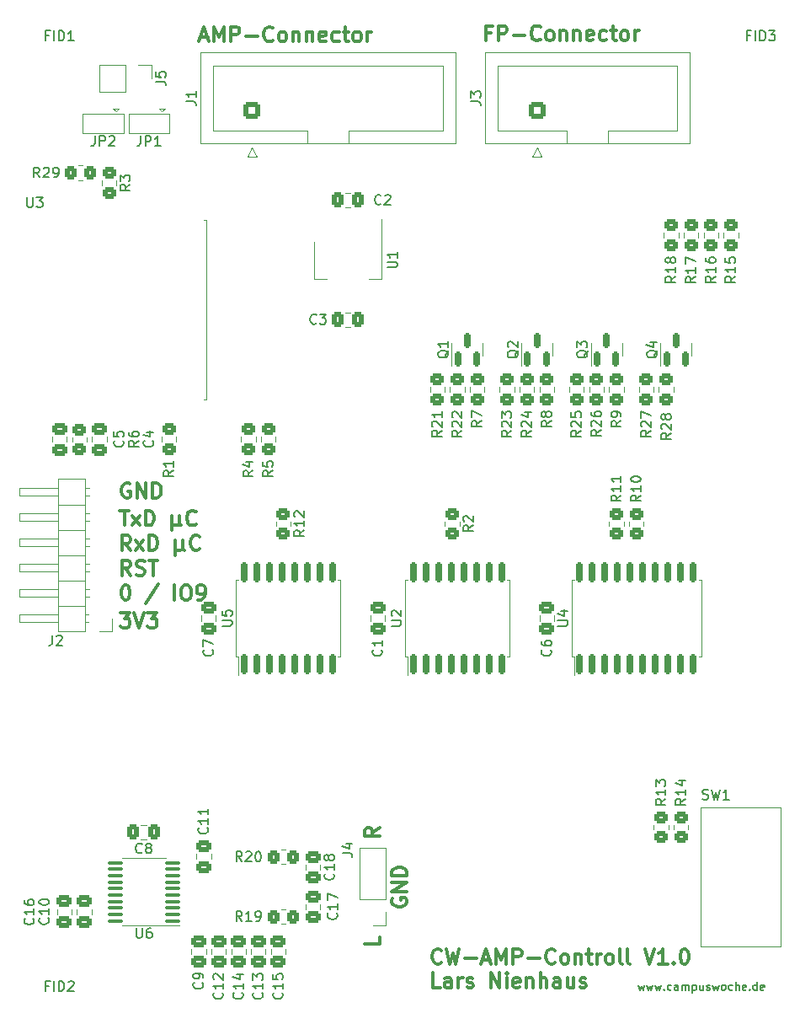
<source format=gto>
G04 #@! TF.GenerationSoftware,KiCad,Pcbnew,6.0.6-2.fc35*
G04 #@! TF.CreationDate,2022-07-15T01:43:17+02:00*
G04 #@! TF.ProjectId,cw-amp-controll-board,63772d61-6d70-42d6-936f-6e74726f6c6c,rev?*
G04 #@! TF.SameCoordinates,Original*
G04 #@! TF.FileFunction,Legend,Top*
G04 #@! TF.FilePolarity,Positive*
%FSLAX46Y46*%
G04 Gerber Fmt 4.6, Leading zero omitted, Abs format (unit mm)*
G04 Created by KiCad (PCBNEW 6.0.6-2.fc35) date 2022-07-15 01:43:17*
%MOMM*%
%LPD*%
G01*
G04 APERTURE LIST*
G04 Aperture macros list*
%AMRoundRect*
0 Rectangle with rounded corners*
0 $1 Rounding radius*
0 $2 $3 $4 $5 $6 $7 $8 $9 X,Y pos of 4 corners*
0 Add a 4 corners polygon primitive as box body*
4,1,4,$2,$3,$4,$5,$6,$7,$8,$9,$2,$3,0*
0 Add four circle primitives for the rounded corners*
1,1,$1+$1,$2,$3*
1,1,$1+$1,$4,$5*
1,1,$1+$1,$6,$7*
1,1,$1+$1,$8,$9*
0 Add four rect primitives between the rounded corners*
20,1,$1+$1,$2,$3,$4,$5,0*
20,1,$1+$1,$4,$5,$6,$7,0*
20,1,$1+$1,$6,$7,$8,$9,0*
20,1,$1+$1,$8,$9,$2,$3,0*%
G04 Aperture macros list end*
%ADD10C,0.300000*%
%ADD11C,0.150000*%
%ADD12C,0.120000*%
%ADD13RoundRect,0.250000X0.600000X-0.600000X0.600000X0.600000X-0.600000X0.600000X-0.600000X-0.600000X0*%
%ADD14C,1.700000*%
%ADD15RoundRect,0.250000X-0.475000X0.337500X-0.475000X-0.337500X0.475000X-0.337500X0.475000X0.337500X0*%
%ADD16RoundRect,0.150000X0.150000X-0.587500X0.150000X0.587500X-0.150000X0.587500X-0.150000X-0.587500X0*%
%ADD17RoundRect,0.250000X0.450000X-0.350000X0.450000X0.350000X-0.450000X0.350000X-0.450000X-0.350000X0*%
%ADD18RoundRect,0.250000X0.475000X-0.337500X0.475000X0.337500X-0.475000X0.337500X-0.475000X-0.337500X0*%
%ADD19RoundRect,0.250000X-0.350000X-0.450000X0.350000X-0.450000X0.350000X0.450000X-0.350000X0.450000X0*%
%ADD20RoundRect,0.250000X0.337500X0.475000X-0.337500X0.475000X-0.337500X-0.475000X0.337500X-0.475000X0*%
%ADD21RoundRect,0.250000X-0.450000X0.350000X-0.450000X-0.350000X0.450000X-0.350000X0.450000X0.350000X0*%
%ADD22RoundRect,0.250000X-0.337500X-0.475000X0.337500X-0.475000X0.337500X0.475000X-0.337500X0.475000X0*%
%ADD23R,1.700000X1.700000*%
%ADD24O,1.700000X1.700000*%
%ADD25C,7.000000*%
%ADD26O,3.500000X2.600000*%
%ADD27C,1.800000*%
%ADD28RoundRect,0.150000X0.150000X-0.875000X0.150000X0.875000X-0.150000X0.875000X-0.150000X-0.875000X0*%
%ADD29R,1.500000X2.000000*%
%ADD30R,3.800000X2.000000*%
%ADD31R,1.000000X1.500000*%
%ADD32C,3.000000*%
%ADD33RoundRect,0.100000X0.637500X0.100000X-0.637500X0.100000X-0.637500X-0.100000X0.637500X-0.100000X0*%
%ADD34R,0.900000X1.500000*%
%ADD35R,0.700000X0.700000*%
G04 APERTURE END LIST*
D10*
X124159285Y-114678571D02*
X123659285Y-113964285D01*
X123302142Y-114678571D02*
X123302142Y-113178571D01*
X123873571Y-113178571D01*
X124016428Y-113250000D01*
X124087857Y-113321428D01*
X124159285Y-113464285D01*
X124159285Y-113678571D01*
X124087857Y-113821428D01*
X124016428Y-113892857D01*
X123873571Y-113964285D01*
X123302142Y-113964285D01*
X124730714Y-114607142D02*
X124945000Y-114678571D01*
X125302142Y-114678571D01*
X125445000Y-114607142D01*
X125516428Y-114535714D01*
X125587857Y-114392857D01*
X125587857Y-114250000D01*
X125516428Y-114107142D01*
X125445000Y-114035714D01*
X125302142Y-113964285D01*
X125016428Y-113892857D01*
X124873571Y-113821428D01*
X124802142Y-113750000D01*
X124730714Y-113607142D01*
X124730714Y-113464285D01*
X124802142Y-113321428D01*
X124873571Y-113250000D01*
X125016428Y-113178571D01*
X125373571Y-113178571D01*
X125587857Y-113250000D01*
X126016428Y-113178571D02*
X126873571Y-113178571D01*
X126445000Y-114678571D02*
X126445000Y-113178571D01*
X123087857Y-108178571D02*
X123945000Y-108178571D01*
X123516428Y-109678571D02*
X123516428Y-108178571D01*
X124302142Y-109678571D02*
X125087857Y-108678571D01*
X124302142Y-108678571D02*
X125087857Y-109678571D01*
X125659285Y-109678571D02*
X125659285Y-108178571D01*
X126016428Y-108178571D01*
X126230714Y-108250000D01*
X126373571Y-108392857D01*
X126445000Y-108535714D01*
X126516428Y-108821428D01*
X126516428Y-109035714D01*
X126445000Y-109321428D01*
X126373571Y-109464285D01*
X126230714Y-109607142D01*
X126016428Y-109678571D01*
X125659285Y-109678571D01*
X128302142Y-108678571D02*
X128302142Y-110178571D01*
X129016428Y-109464285D02*
X129087857Y-109607142D01*
X129230714Y-109678571D01*
X128302142Y-109464285D02*
X128373571Y-109607142D01*
X128516428Y-109678571D01*
X128802142Y-109678571D01*
X128945000Y-109607142D01*
X129016428Y-109464285D01*
X129016428Y-108678571D01*
X130730714Y-109535714D02*
X130659285Y-109607142D01*
X130445000Y-109678571D01*
X130302142Y-109678571D01*
X130087857Y-109607142D01*
X129945000Y-109464285D01*
X129873571Y-109321428D01*
X129802142Y-109035714D01*
X129802142Y-108821428D01*
X129873571Y-108535714D01*
X129945000Y-108392857D01*
X130087857Y-108250000D01*
X130302142Y-108178571D01*
X130445000Y-108178571D01*
X130659285Y-108250000D01*
X130730714Y-108321428D01*
X124159285Y-112178571D02*
X123659285Y-111464285D01*
X123302142Y-112178571D02*
X123302142Y-110678571D01*
X123873571Y-110678571D01*
X124016428Y-110750000D01*
X124087857Y-110821428D01*
X124159285Y-110964285D01*
X124159285Y-111178571D01*
X124087857Y-111321428D01*
X124016428Y-111392857D01*
X123873571Y-111464285D01*
X123302142Y-111464285D01*
X124659285Y-112178571D02*
X125445000Y-111178571D01*
X124659285Y-111178571D02*
X125445000Y-112178571D01*
X126016428Y-112178571D02*
X126016428Y-110678571D01*
X126373571Y-110678571D01*
X126587857Y-110750000D01*
X126730714Y-110892857D01*
X126802142Y-111035714D01*
X126873571Y-111321428D01*
X126873571Y-111535714D01*
X126802142Y-111821428D01*
X126730714Y-111964285D01*
X126587857Y-112107142D01*
X126373571Y-112178571D01*
X126016428Y-112178571D01*
X128659285Y-111178571D02*
X128659285Y-112678571D01*
X129373571Y-111964285D02*
X129445000Y-112107142D01*
X129587857Y-112178571D01*
X128659285Y-111964285D02*
X128730714Y-112107142D01*
X128873571Y-112178571D01*
X129159285Y-112178571D01*
X129302142Y-112107142D01*
X129373571Y-111964285D01*
X129373571Y-111178571D01*
X131087857Y-112035714D02*
X131016428Y-112107142D01*
X130802142Y-112178571D01*
X130659285Y-112178571D01*
X130445000Y-112107142D01*
X130302142Y-111964285D01*
X130230714Y-111821428D01*
X130159285Y-111535714D01*
X130159285Y-111321428D01*
X130230714Y-111035714D01*
X130302142Y-110892857D01*
X130445000Y-110750000D01*
X130659285Y-110678571D01*
X130802142Y-110678571D01*
X131016428Y-110750000D01*
X131087857Y-110821428D01*
X123159285Y-118428571D02*
X124087857Y-118428571D01*
X123587857Y-119000000D01*
X123802142Y-119000000D01*
X123945000Y-119071428D01*
X124016428Y-119142857D01*
X124087857Y-119285714D01*
X124087857Y-119642857D01*
X124016428Y-119785714D01*
X123945000Y-119857142D01*
X123802142Y-119928571D01*
X123373571Y-119928571D01*
X123230714Y-119857142D01*
X123159285Y-119785714D01*
X124516428Y-118428571D02*
X125016428Y-119928571D01*
X125516428Y-118428571D01*
X125873571Y-118428571D02*
X126802142Y-118428571D01*
X126302142Y-119000000D01*
X126516428Y-119000000D01*
X126659285Y-119071428D01*
X126730714Y-119142857D01*
X126802142Y-119285714D01*
X126802142Y-119642857D01*
X126730714Y-119785714D01*
X126659285Y-119857142D01*
X126516428Y-119928571D01*
X126087857Y-119928571D01*
X125945000Y-119857142D01*
X125873571Y-119785714D01*
X123587857Y-115678571D02*
X123730714Y-115678571D01*
X123873571Y-115750000D01*
X123945000Y-115821428D01*
X124016428Y-115964285D01*
X124087857Y-116250000D01*
X124087857Y-116607142D01*
X124016428Y-116892857D01*
X123945000Y-117035714D01*
X123873571Y-117107142D01*
X123730714Y-117178571D01*
X123587857Y-117178571D01*
X123445000Y-117107142D01*
X123373571Y-117035714D01*
X123302142Y-116892857D01*
X123230714Y-116607142D01*
X123230714Y-116250000D01*
X123302142Y-115964285D01*
X123373571Y-115821428D01*
X123445000Y-115750000D01*
X123587857Y-115678571D01*
X126945000Y-115607142D02*
X125659285Y-117535714D01*
X128587857Y-117178571D02*
X128587857Y-115678571D01*
X129587857Y-115678571D02*
X129873571Y-115678571D01*
X130016428Y-115750000D01*
X130159285Y-115892857D01*
X130230714Y-116178571D01*
X130230714Y-116678571D01*
X130159285Y-116964285D01*
X130016428Y-117107142D01*
X129873571Y-117178571D01*
X129587857Y-117178571D01*
X129445000Y-117107142D01*
X129302142Y-116964285D01*
X129230714Y-116678571D01*
X129230714Y-116178571D01*
X129302142Y-115892857D01*
X129445000Y-115750000D01*
X129587857Y-115678571D01*
X130945000Y-117178571D02*
X131230714Y-117178571D01*
X131373571Y-117107142D01*
X131445000Y-117035714D01*
X131587857Y-116821428D01*
X131659285Y-116535714D01*
X131659285Y-115964285D01*
X131587857Y-115821428D01*
X131516428Y-115750000D01*
X131373571Y-115678571D01*
X131087857Y-115678571D01*
X130945000Y-115750000D01*
X130873571Y-115821428D01*
X130802142Y-115964285D01*
X130802142Y-116321428D01*
X130873571Y-116464285D01*
X130945000Y-116535714D01*
X131087857Y-116607142D01*
X131373571Y-116607142D01*
X131516428Y-116535714D01*
X131587857Y-116464285D01*
X131659285Y-116321428D01*
D11*
X175211785Y-155828571D02*
X175364166Y-156361904D01*
X175516547Y-155980952D01*
X175668928Y-156361904D01*
X175821309Y-155828571D01*
X176049880Y-155828571D02*
X176202261Y-156361904D01*
X176354642Y-155980952D01*
X176507023Y-156361904D01*
X176659404Y-155828571D01*
X176887976Y-155828571D02*
X177040357Y-156361904D01*
X177192738Y-155980952D01*
X177345119Y-156361904D01*
X177497500Y-155828571D01*
X177802261Y-156285714D02*
X177840357Y-156323809D01*
X177802261Y-156361904D01*
X177764166Y-156323809D01*
X177802261Y-156285714D01*
X177802261Y-156361904D01*
X178526071Y-156323809D02*
X178449880Y-156361904D01*
X178297500Y-156361904D01*
X178221309Y-156323809D01*
X178183214Y-156285714D01*
X178145119Y-156209523D01*
X178145119Y-155980952D01*
X178183214Y-155904761D01*
X178221309Y-155866666D01*
X178297500Y-155828571D01*
X178449880Y-155828571D01*
X178526071Y-155866666D01*
X179211785Y-156361904D02*
X179211785Y-155942857D01*
X179173690Y-155866666D01*
X179097500Y-155828571D01*
X178945119Y-155828571D01*
X178868928Y-155866666D01*
X179211785Y-156323809D02*
X179135595Y-156361904D01*
X178945119Y-156361904D01*
X178868928Y-156323809D01*
X178830833Y-156247619D01*
X178830833Y-156171428D01*
X178868928Y-156095238D01*
X178945119Y-156057142D01*
X179135595Y-156057142D01*
X179211785Y-156019047D01*
X179592738Y-156361904D02*
X179592738Y-155828571D01*
X179592738Y-155904761D02*
X179630833Y-155866666D01*
X179707023Y-155828571D01*
X179821309Y-155828571D01*
X179897500Y-155866666D01*
X179935595Y-155942857D01*
X179935595Y-156361904D01*
X179935595Y-155942857D02*
X179973690Y-155866666D01*
X180049880Y-155828571D01*
X180164166Y-155828571D01*
X180240357Y-155866666D01*
X180278452Y-155942857D01*
X180278452Y-156361904D01*
X180659404Y-155828571D02*
X180659404Y-156628571D01*
X180659404Y-155866666D02*
X180735595Y-155828571D01*
X180887976Y-155828571D01*
X180964166Y-155866666D01*
X181002261Y-155904761D01*
X181040357Y-155980952D01*
X181040357Y-156209523D01*
X181002261Y-156285714D01*
X180964166Y-156323809D01*
X180887976Y-156361904D01*
X180735595Y-156361904D01*
X180659404Y-156323809D01*
X181726071Y-155828571D02*
X181726071Y-156361904D01*
X181383214Y-155828571D02*
X181383214Y-156247619D01*
X181421309Y-156323809D01*
X181497500Y-156361904D01*
X181611785Y-156361904D01*
X181687976Y-156323809D01*
X181726071Y-156285714D01*
X182068928Y-156323809D02*
X182145119Y-156361904D01*
X182297500Y-156361904D01*
X182373690Y-156323809D01*
X182411785Y-156247619D01*
X182411785Y-156209523D01*
X182373690Y-156133333D01*
X182297500Y-156095238D01*
X182183214Y-156095238D01*
X182107023Y-156057142D01*
X182068928Y-155980952D01*
X182068928Y-155942857D01*
X182107023Y-155866666D01*
X182183214Y-155828571D01*
X182297500Y-155828571D01*
X182373690Y-155866666D01*
X182678452Y-155828571D02*
X182830833Y-156361904D01*
X182983214Y-155980952D01*
X183135595Y-156361904D01*
X183287976Y-155828571D01*
X183707023Y-156361904D02*
X183630833Y-156323809D01*
X183592738Y-156285714D01*
X183554642Y-156209523D01*
X183554642Y-155980952D01*
X183592738Y-155904761D01*
X183630833Y-155866666D01*
X183707023Y-155828571D01*
X183821309Y-155828571D01*
X183897500Y-155866666D01*
X183935595Y-155904761D01*
X183973690Y-155980952D01*
X183973690Y-156209523D01*
X183935595Y-156285714D01*
X183897500Y-156323809D01*
X183821309Y-156361904D01*
X183707023Y-156361904D01*
X184659404Y-156323809D02*
X184583214Y-156361904D01*
X184430833Y-156361904D01*
X184354642Y-156323809D01*
X184316547Y-156285714D01*
X184278452Y-156209523D01*
X184278452Y-155980952D01*
X184316547Y-155904761D01*
X184354642Y-155866666D01*
X184430833Y-155828571D01*
X184583214Y-155828571D01*
X184659404Y-155866666D01*
X185002261Y-156361904D02*
X185002261Y-155561904D01*
X185345119Y-156361904D02*
X185345119Y-155942857D01*
X185307023Y-155866666D01*
X185230833Y-155828571D01*
X185116547Y-155828571D01*
X185040357Y-155866666D01*
X185002261Y-155904761D01*
X186030833Y-156323809D02*
X185954642Y-156361904D01*
X185802261Y-156361904D01*
X185726071Y-156323809D01*
X185687976Y-156247619D01*
X185687976Y-155942857D01*
X185726071Y-155866666D01*
X185802261Y-155828571D01*
X185954642Y-155828571D01*
X186030833Y-155866666D01*
X186068928Y-155942857D01*
X186068928Y-156019047D01*
X185687976Y-156095238D01*
X186411785Y-156285714D02*
X186449880Y-156323809D01*
X186411785Y-156361904D01*
X186373690Y-156323809D01*
X186411785Y-156285714D01*
X186411785Y-156361904D01*
X187135595Y-156361904D02*
X187135595Y-155561904D01*
X187135595Y-156323809D02*
X187059404Y-156361904D01*
X186907023Y-156361904D01*
X186830833Y-156323809D01*
X186792738Y-156285714D01*
X186754642Y-156209523D01*
X186754642Y-155980952D01*
X186792738Y-155904761D01*
X186830833Y-155866666D01*
X186907023Y-155828571D01*
X187059404Y-155828571D01*
X187135595Y-155866666D01*
X187821309Y-156323809D02*
X187745119Y-156361904D01*
X187592738Y-156361904D01*
X187516547Y-156323809D01*
X187478452Y-156247619D01*
X187478452Y-155942857D01*
X187516547Y-155866666D01*
X187592738Y-155828571D01*
X187745119Y-155828571D01*
X187821309Y-155866666D01*
X187859404Y-155942857D01*
X187859404Y-156019047D01*
X187478452Y-156095238D01*
D10*
X155409285Y-153578214D02*
X155337857Y-153649642D01*
X155123571Y-153721071D01*
X154980714Y-153721071D01*
X154766428Y-153649642D01*
X154623571Y-153506785D01*
X154552142Y-153363928D01*
X154480714Y-153078214D01*
X154480714Y-152863928D01*
X154552142Y-152578214D01*
X154623571Y-152435357D01*
X154766428Y-152292500D01*
X154980714Y-152221071D01*
X155123571Y-152221071D01*
X155337857Y-152292500D01*
X155409285Y-152363928D01*
X155909285Y-152221071D02*
X156266428Y-153721071D01*
X156552142Y-152649642D01*
X156837857Y-153721071D01*
X157195000Y-152221071D01*
X157766428Y-153149642D02*
X158909285Y-153149642D01*
X159552142Y-153292500D02*
X160266428Y-153292500D01*
X159409285Y-153721071D02*
X159909285Y-152221071D01*
X160409285Y-153721071D01*
X160909285Y-153721071D02*
X160909285Y-152221071D01*
X161409285Y-153292500D01*
X161909285Y-152221071D01*
X161909285Y-153721071D01*
X162623571Y-153721071D02*
X162623571Y-152221071D01*
X163195000Y-152221071D01*
X163337857Y-152292500D01*
X163409285Y-152363928D01*
X163480714Y-152506785D01*
X163480714Y-152721071D01*
X163409285Y-152863928D01*
X163337857Y-152935357D01*
X163195000Y-153006785D01*
X162623571Y-153006785D01*
X164123571Y-153149642D02*
X165266428Y-153149642D01*
X166837857Y-153578214D02*
X166766428Y-153649642D01*
X166552142Y-153721071D01*
X166409285Y-153721071D01*
X166195000Y-153649642D01*
X166052142Y-153506785D01*
X165980714Y-153363928D01*
X165909285Y-153078214D01*
X165909285Y-152863928D01*
X165980714Y-152578214D01*
X166052142Y-152435357D01*
X166195000Y-152292500D01*
X166409285Y-152221071D01*
X166552142Y-152221071D01*
X166766428Y-152292500D01*
X166837857Y-152363928D01*
X167695000Y-153721071D02*
X167552142Y-153649642D01*
X167480714Y-153578214D01*
X167409285Y-153435357D01*
X167409285Y-153006785D01*
X167480714Y-152863928D01*
X167552142Y-152792500D01*
X167695000Y-152721071D01*
X167909285Y-152721071D01*
X168052142Y-152792500D01*
X168123571Y-152863928D01*
X168195000Y-153006785D01*
X168195000Y-153435357D01*
X168123571Y-153578214D01*
X168052142Y-153649642D01*
X167909285Y-153721071D01*
X167695000Y-153721071D01*
X168837857Y-152721071D02*
X168837857Y-153721071D01*
X168837857Y-152863928D02*
X168909285Y-152792500D01*
X169052142Y-152721071D01*
X169266428Y-152721071D01*
X169409285Y-152792500D01*
X169480714Y-152935357D01*
X169480714Y-153721071D01*
X169980714Y-152721071D02*
X170552142Y-152721071D01*
X170195000Y-152221071D02*
X170195000Y-153506785D01*
X170266428Y-153649642D01*
X170409285Y-153721071D01*
X170552142Y-153721071D01*
X171052142Y-153721071D02*
X171052142Y-152721071D01*
X171052142Y-153006785D02*
X171123571Y-152863928D01*
X171195000Y-152792500D01*
X171337857Y-152721071D01*
X171480714Y-152721071D01*
X172195000Y-153721071D02*
X172052142Y-153649642D01*
X171980714Y-153578214D01*
X171909285Y-153435357D01*
X171909285Y-153006785D01*
X171980714Y-152863928D01*
X172052142Y-152792500D01*
X172195000Y-152721071D01*
X172409285Y-152721071D01*
X172552142Y-152792500D01*
X172623571Y-152863928D01*
X172695000Y-153006785D01*
X172695000Y-153435357D01*
X172623571Y-153578214D01*
X172552142Y-153649642D01*
X172409285Y-153721071D01*
X172195000Y-153721071D01*
X173552142Y-153721071D02*
X173409285Y-153649642D01*
X173337857Y-153506785D01*
X173337857Y-152221071D01*
X174337857Y-153721071D02*
X174195000Y-153649642D01*
X174123571Y-153506785D01*
X174123571Y-152221071D01*
X175837857Y-152221071D02*
X176337857Y-153721071D01*
X176837857Y-152221071D01*
X178123571Y-153721071D02*
X177266428Y-153721071D01*
X177695000Y-153721071D02*
X177695000Y-152221071D01*
X177552142Y-152435357D01*
X177409285Y-152578214D01*
X177266428Y-152649642D01*
X178766428Y-153578214D02*
X178837857Y-153649642D01*
X178766428Y-153721071D01*
X178695000Y-153649642D01*
X178766428Y-153578214D01*
X178766428Y-153721071D01*
X179766428Y-152221071D02*
X179909285Y-152221071D01*
X180052142Y-152292500D01*
X180123571Y-152363928D01*
X180195000Y-152506785D01*
X180266428Y-152792500D01*
X180266428Y-153149642D01*
X180195000Y-153435357D01*
X180123571Y-153578214D01*
X180052142Y-153649642D01*
X179909285Y-153721071D01*
X179766428Y-153721071D01*
X179623571Y-153649642D01*
X179552142Y-153578214D01*
X179480714Y-153435357D01*
X179409285Y-153149642D01*
X179409285Y-152792500D01*
X179480714Y-152506785D01*
X179552142Y-152363928D01*
X179623571Y-152292500D01*
X179766428Y-152221071D01*
X155266428Y-156136071D02*
X154552142Y-156136071D01*
X154552142Y-154636071D01*
X156409285Y-156136071D02*
X156409285Y-155350357D01*
X156337857Y-155207500D01*
X156195000Y-155136071D01*
X155909285Y-155136071D01*
X155766428Y-155207500D01*
X156409285Y-156064642D02*
X156266428Y-156136071D01*
X155909285Y-156136071D01*
X155766428Y-156064642D01*
X155695000Y-155921785D01*
X155695000Y-155778928D01*
X155766428Y-155636071D01*
X155909285Y-155564642D01*
X156266428Y-155564642D01*
X156409285Y-155493214D01*
X157123571Y-156136071D02*
X157123571Y-155136071D01*
X157123571Y-155421785D02*
X157195000Y-155278928D01*
X157266428Y-155207500D01*
X157409285Y-155136071D01*
X157552142Y-155136071D01*
X157980714Y-156064642D02*
X158123571Y-156136071D01*
X158409285Y-156136071D01*
X158552142Y-156064642D01*
X158623571Y-155921785D01*
X158623571Y-155850357D01*
X158552142Y-155707500D01*
X158409285Y-155636071D01*
X158195000Y-155636071D01*
X158052142Y-155564642D01*
X157980714Y-155421785D01*
X157980714Y-155350357D01*
X158052142Y-155207500D01*
X158195000Y-155136071D01*
X158409285Y-155136071D01*
X158552142Y-155207500D01*
X160409285Y-156136071D02*
X160409285Y-154636071D01*
X161266428Y-156136071D01*
X161266428Y-154636071D01*
X161980714Y-156136071D02*
X161980714Y-155136071D01*
X161980714Y-154636071D02*
X161909285Y-154707500D01*
X161980714Y-154778928D01*
X162052142Y-154707500D01*
X161980714Y-154636071D01*
X161980714Y-154778928D01*
X163266428Y-156064642D02*
X163123571Y-156136071D01*
X162837857Y-156136071D01*
X162695000Y-156064642D01*
X162623571Y-155921785D01*
X162623571Y-155350357D01*
X162695000Y-155207500D01*
X162837857Y-155136071D01*
X163123571Y-155136071D01*
X163266428Y-155207500D01*
X163337857Y-155350357D01*
X163337857Y-155493214D01*
X162623571Y-155636071D01*
X163980714Y-155136071D02*
X163980714Y-156136071D01*
X163980714Y-155278928D02*
X164052142Y-155207500D01*
X164195000Y-155136071D01*
X164409285Y-155136071D01*
X164552142Y-155207500D01*
X164623571Y-155350357D01*
X164623571Y-156136071D01*
X165337857Y-156136071D02*
X165337857Y-154636071D01*
X165980714Y-156136071D02*
X165980714Y-155350357D01*
X165909285Y-155207500D01*
X165766428Y-155136071D01*
X165552142Y-155136071D01*
X165409285Y-155207500D01*
X165337857Y-155278928D01*
X167337857Y-156136071D02*
X167337857Y-155350357D01*
X167266428Y-155207500D01*
X167123571Y-155136071D01*
X166837857Y-155136071D01*
X166695000Y-155207500D01*
X167337857Y-156064642D02*
X167195000Y-156136071D01*
X166837857Y-156136071D01*
X166695000Y-156064642D01*
X166623571Y-155921785D01*
X166623571Y-155778928D01*
X166695000Y-155636071D01*
X166837857Y-155564642D01*
X167195000Y-155564642D01*
X167337857Y-155493214D01*
X168695000Y-155136071D02*
X168695000Y-156136071D01*
X168052142Y-155136071D02*
X168052142Y-155921785D01*
X168123571Y-156064642D01*
X168266428Y-156136071D01*
X168480714Y-156136071D01*
X168623571Y-156064642D01*
X168695000Y-155993214D01*
X169337857Y-156064642D02*
X169480714Y-156136071D01*
X169766428Y-156136071D01*
X169909285Y-156064642D01*
X169980714Y-155921785D01*
X169980714Y-155850357D01*
X169909285Y-155707500D01*
X169766428Y-155636071D01*
X169552142Y-155636071D01*
X169409285Y-155564642D01*
X169337857Y-155421785D01*
X169337857Y-155350357D01*
X169409285Y-155207500D01*
X169552142Y-155136071D01*
X169766428Y-155136071D01*
X169909285Y-155207500D01*
X149178571Y-151035714D02*
X149178571Y-151750000D01*
X147678571Y-151750000D01*
X124087857Y-105500000D02*
X123945000Y-105428571D01*
X123730714Y-105428571D01*
X123516428Y-105500000D01*
X123373571Y-105642857D01*
X123302142Y-105785714D01*
X123230714Y-106071428D01*
X123230714Y-106285714D01*
X123302142Y-106571428D01*
X123373571Y-106714285D01*
X123516428Y-106857142D01*
X123730714Y-106928571D01*
X123873571Y-106928571D01*
X124087857Y-106857142D01*
X124159285Y-106785714D01*
X124159285Y-106285714D01*
X123873571Y-106285714D01*
X124802142Y-106928571D02*
X124802142Y-105428571D01*
X125659285Y-106928571D01*
X125659285Y-105428571D01*
X126373571Y-106928571D02*
X126373571Y-105428571D01*
X126730714Y-105428571D01*
X126945000Y-105500000D01*
X127087857Y-105642857D01*
X127159285Y-105785714D01*
X127230714Y-106071428D01*
X127230714Y-106285714D01*
X127159285Y-106571428D01*
X127087857Y-106714285D01*
X126945000Y-106857142D01*
X126730714Y-106928571D01*
X126373571Y-106928571D01*
X150500000Y-147142857D02*
X150428571Y-147285714D01*
X150428571Y-147500000D01*
X150500000Y-147714285D01*
X150642857Y-147857142D01*
X150785714Y-147928571D01*
X151071428Y-148000000D01*
X151285714Y-148000000D01*
X151571428Y-147928571D01*
X151714285Y-147857142D01*
X151857142Y-147714285D01*
X151928571Y-147500000D01*
X151928571Y-147357142D01*
X151857142Y-147142857D01*
X151785714Y-147071428D01*
X151285714Y-147071428D01*
X151285714Y-147357142D01*
X151928571Y-146428571D02*
X150428571Y-146428571D01*
X151928571Y-145571428D01*
X150428571Y-145571428D01*
X151928571Y-144857142D02*
X150428571Y-144857142D01*
X150428571Y-144500000D01*
X150500000Y-144285714D01*
X150642857Y-144142857D01*
X150785714Y-144071428D01*
X151071428Y-144000000D01*
X151285714Y-144000000D01*
X151571428Y-144071428D01*
X151714285Y-144142857D01*
X151857142Y-144285714D01*
X151928571Y-144500000D01*
X151928571Y-144857142D01*
X149178571Y-140035714D02*
X148464285Y-140535714D01*
X149178571Y-140892857D02*
X147678571Y-140892857D01*
X147678571Y-140321428D01*
X147750000Y-140178571D01*
X147821428Y-140107142D01*
X147964285Y-140035714D01*
X148178571Y-140035714D01*
X148321428Y-140107142D01*
X148392857Y-140178571D01*
X148464285Y-140321428D01*
X148464285Y-140892857D01*
X131180714Y-60650000D02*
X131895000Y-60650000D01*
X131037857Y-61078571D02*
X131537857Y-59578571D01*
X132037857Y-61078571D01*
X132537857Y-61078571D02*
X132537857Y-59578571D01*
X133037857Y-60650000D01*
X133537857Y-59578571D01*
X133537857Y-61078571D01*
X134252142Y-61078571D02*
X134252142Y-59578571D01*
X134823571Y-59578571D01*
X134966428Y-59650000D01*
X135037857Y-59721428D01*
X135109285Y-59864285D01*
X135109285Y-60078571D01*
X135037857Y-60221428D01*
X134966428Y-60292857D01*
X134823571Y-60364285D01*
X134252142Y-60364285D01*
X135752142Y-60507142D02*
X136895000Y-60507142D01*
X138466428Y-60935714D02*
X138395000Y-61007142D01*
X138180714Y-61078571D01*
X138037857Y-61078571D01*
X137823571Y-61007142D01*
X137680714Y-60864285D01*
X137609285Y-60721428D01*
X137537857Y-60435714D01*
X137537857Y-60221428D01*
X137609285Y-59935714D01*
X137680714Y-59792857D01*
X137823571Y-59650000D01*
X138037857Y-59578571D01*
X138180714Y-59578571D01*
X138395000Y-59650000D01*
X138466428Y-59721428D01*
X139323571Y-61078571D02*
X139180714Y-61007142D01*
X139109285Y-60935714D01*
X139037857Y-60792857D01*
X139037857Y-60364285D01*
X139109285Y-60221428D01*
X139180714Y-60150000D01*
X139323571Y-60078571D01*
X139537857Y-60078571D01*
X139680714Y-60150000D01*
X139752142Y-60221428D01*
X139823571Y-60364285D01*
X139823571Y-60792857D01*
X139752142Y-60935714D01*
X139680714Y-61007142D01*
X139537857Y-61078571D01*
X139323571Y-61078571D01*
X140466428Y-60078571D02*
X140466428Y-61078571D01*
X140466428Y-60221428D02*
X140537857Y-60150000D01*
X140680714Y-60078571D01*
X140895000Y-60078571D01*
X141037857Y-60150000D01*
X141109285Y-60292857D01*
X141109285Y-61078571D01*
X141823571Y-60078571D02*
X141823571Y-61078571D01*
X141823571Y-60221428D02*
X141895000Y-60150000D01*
X142037857Y-60078571D01*
X142252142Y-60078571D01*
X142395000Y-60150000D01*
X142466428Y-60292857D01*
X142466428Y-61078571D01*
X143752142Y-61007142D02*
X143609285Y-61078571D01*
X143323571Y-61078571D01*
X143180714Y-61007142D01*
X143109285Y-60864285D01*
X143109285Y-60292857D01*
X143180714Y-60150000D01*
X143323571Y-60078571D01*
X143609285Y-60078571D01*
X143752142Y-60150000D01*
X143823571Y-60292857D01*
X143823571Y-60435714D01*
X143109285Y-60578571D01*
X145109285Y-61007142D02*
X144966428Y-61078571D01*
X144680714Y-61078571D01*
X144537857Y-61007142D01*
X144466428Y-60935714D01*
X144395000Y-60792857D01*
X144395000Y-60364285D01*
X144466428Y-60221428D01*
X144537857Y-60150000D01*
X144680714Y-60078571D01*
X144966428Y-60078571D01*
X145109285Y-60150000D01*
X145537857Y-60078571D02*
X146109285Y-60078571D01*
X145752142Y-59578571D02*
X145752142Y-60864285D01*
X145823571Y-61007142D01*
X145966428Y-61078571D01*
X146109285Y-61078571D01*
X146823571Y-61078571D02*
X146680714Y-61007142D01*
X146609285Y-60935714D01*
X146537857Y-60792857D01*
X146537857Y-60364285D01*
X146609285Y-60221428D01*
X146680714Y-60150000D01*
X146823571Y-60078571D01*
X147037857Y-60078571D01*
X147180714Y-60150000D01*
X147252142Y-60221428D01*
X147323571Y-60364285D01*
X147323571Y-60792857D01*
X147252142Y-60935714D01*
X147180714Y-61007142D01*
X147037857Y-61078571D01*
X146823571Y-61078571D01*
X147966428Y-61078571D02*
X147966428Y-60078571D01*
X147966428Y-60364285D02*
X148037857Y-60221428D01*
X148109285Y-60150000D01*
X148252142Y-60078571D01*
X148395000Y-60078571D01*
X160352142Y-60192857D02*
X159852142Y-60192857D01*
X159852142Y-60978571D02*
X159852142Y-59478571D01*
X160566428Y-59478571D01*
X161137857Y-60978571D02*
X161137857Y-59478571D01*
X161709285Y-59478571D01*
X161852142Y-59550000D01*
X161923571Y-59621428D01*
X161995000Y-59764285D01*
X161995000Y-59978571D01*
X161923571Y-60121428D01*
X161852142Y-60192857D01*
X161709285Y-60264285D01*
X161137857Y-60264285D01*
X162637857Y-60407142D02*
X163780714Y-60407142D01*
X165352142Y-60835714D02*
X165280714Y-60907142D01*
X165066428Y-60978571D01*
X164923571Y-60978571D01*
X164709285Y-60907142D01*
X164566428Y-60764285D01*
X164495000Y-60621428D01*
X164423571Y-60335714D01*
X164423571Y-60121428D01*
X164495000Y-59835714D01*
X164566428Y-59692857D01*
X164709285Y-59550000D01*
X164923571Y-59478571D01*
X165066428Y-59478571D01*
X165280714Y-59550000D01*
X165352142Y-59621428D01*
X166209285Y-60978571D02*
X166066428Y-60907142D01*
X165995000Y-60835714D01*
X165923571Y-60692857D01*
X165923571Y-60264285D01*
X165995000Y-60121428D01*
X166066428Y-60050000D01*
X166209285Y-59978571D01*
X166423571Y-59978571D01*
X166566428Y-60050000D01*
X166637857Y-60121428D01*
X166709285Y-60264285D01*
X166709285Y-60692857D01*
X166637857Y-60835714D01*
X166566428Y-60907142D01*
X166423571Y-60978571D01*
X166209285Y-60978571D01*
X167352142Y-59978571D02*
X167352142Y-60978571D01*
X167352142Y-60121428D02*
X167423571Y-60050000D01*
X167566428Y-59978571D01*
X167780714Y-59978571D01*
X167923571Y-60050000D01*
X167995000Y-60192857D01*
X167995000Y-60978571D01*
X168709285Y-59978571D02*
X168709285Y-60978571D01*
X168709285Y-60121428D02*
X168780714Y-60050000D01*
X168923571Y-59978571D01*
X169137857Y-59978571D01*
X169280714Y-60050000D01*
X169352142Y-60192857D01*
X169352142Y-60978571D01*
X170637857Y-60907142D02*
X170495000Y-60978571D01*
X170209285Y-60978571D01*
X170066428Y-60907142D01*
X169995000Y-60764285D01*
X169995000Y-60192857D01*
X170066428Y-60050000D01*
X170209285Y-59978571D01*
X170495000Y-59978571D01*
X170637857Y-60050000D01*
X170709285Y-60192857D01*
X170709285Y-60335714D01*
X169995000Y-60478571D01*
X171995000Y-60907142D02*
X171852142Y-60978571D01*
X171566428Y-60978571D01*
X171423571Y-60907142D01*
X171352142Y-60835714D01*
X171280714Y-60692857D01*
X171280714Y-60264285D01*
X171352142Y-60121428D01*
X171423571Y-60050000D01*
X171566428Y-59978571D01*
X171852142Y-59978571D01*
X171995000Y-60050000D01*
X172423571Y-59978571D02*
X172995000Y-59978571D01*
X172637857Y-59478571D02*
X172637857Y-60764285D01*
X172709285Y-60907142D01*
X172852142Y-60978571D01*
X172995000Y-60978571D01*
X173709285Y-60978571D02*
X173566428Y-60907142D01*
X173495000Y-60835714D01*
X173423571Y-60692857D01*
X173423571Y-60264285D01*
X173495000Y-60121428D01*
X173566428Y-60050000D01*
X173709285Y-59978571D01*
X173923571Y-59978571D01*
X174066428Y-60050000D01*
X174137857Y-60121428D01*
X174209285Y-60264285D01*
X174209285Y-60692857D01*
X174137857Y-60835714D01*
X174066428Y-60907142D01*
X173923571Y-60978571D01*
X173709285Y-60978571D01*
X174852142Y-60978571D02*
X174852142Y-59978571D01*
X174852142Y-60264285D02*
X174923571Y-60121428D01*
X174995000Y-60050000D01*
X175137857Y-59978571D01*
X175280714Y-59978571D01*
D11*
X158352380Y-67063333D02*
X159066666Y-67063333D01*
X159209523Y-67110952D01*
X159304761Y-67206190D01*
X159352380Y-67349047D01*
X159352380Y-67444285D01*
X158352380Y-66682380D02*
X158352380Y-66063333D01*
X158733333Y-66396666D01*
X158733333Y-66253809D01*
X158780952Y-66158571D01*
X158828571Y-66110952D01*
X158923809Y-66063333D01*
X159161904Y-66063333D01*
X159257142Y-66110952D01*
X159304761Y-66158571D01*
X159352380Y-66253809D01*
X159352380Y-66539523D01*
X159304761Y-66634761D01*
X159257142Y-66682380D01*
X149357142Y-122166666D02*
X149404761Y-122214285D01*
X149452380Y-122357142D01*
X149452380Y-122452380D01*
X149404761Y-122595238D01*
X149309523Y-122690476D01*
X149214285Y-122738095D01*
X149023809Y-122785714D01*
X148880952Y-122785714D01*
X148690476Y-122738095D01*
X148595238Y-122690476D01*
X148500000Y-122595238D01*
X148452380Y-122452380D01*
X148452380Y-122357142D01*
X148500000Y-122214285D01*
X148547619Y-122166666D01*
X149452380Y-121214285D02*
X149452380Y-121785714D01*
X149452380Y-121500000D02*
X148452380Y-121500000D01*
X148595238Y-121595238D01*
X148690476Y-121690476D01*
X148738095Y-121785714D01*
X156147619Y-92095238D02*
X156100000Y-92190476D01*
X156004761Y-92285714D01*
X155861904Y-92428571D01*
X155814285Y-92523809D01*
X155814285Y-92619047D01*
X156052380Y-92571428D02*
X156004761Y-92666666D01*
X155909523Y-92761904D01*
X155719047Y-92809523D01*
X155385714Y-92809523D01*
X155195238Y-92761904D01*
X155100000Y-92666666D01*
X155052380Y-92571428D01*
X155052380Y-92380952D01*
X155100000Y-92285714D01*
X155195238Y-92190476D01*
X155385714Y-92142857D01*
X155719047Y-92142857D01*
X155909523Y-92190476D01*
X156004761Y-92285714D01*
X156052380Y-92380952D01*
X156052380Y-92571428D01*
X156052380Y-91190476D02*
X156052380Y-91761904D01*
X156052380Y-91476190D02*
X155052380Y-91476190D01*
X155195238Y-91571428D01*
X155290476Y-91666666D01*
X155338095Y-91761904D01*
X129732380Y-67063333D02*
X130446666Y-67063333D01*
X130589523Y-67110952D01*
X130684761Y-67206190D01*
X130732380Y-67349047D01*
X130732380Y-67444285D01*
X130732380Y-66063333D02*
X130732380Y-66634761D01*
X130732380Y-66349047D02*
X129732380Y-66349047D01*
X129875238Y-66444285D01*
X129970476Y-66539523D01*
X130018095Y-66634761D01*
X128452380Y-104166666D02*
X127976190Y-104500000D01*
X128452380Y-104738095D02*
X127452380Y-104738095D01*
X127452380Y-104357142D01*
X127500000Y-104261904D01*
X127547619Y-104214285D01*
X127642857Y-104166666D01*
X127785714Y-104166666D01*
X127880952Y-104214285D01*
X127928571Y-104261904D01*
X127976190Y-104357142D01*
X127976190Y-104738095D01*
X128452380Y-103214285D02*
X128452380Y-103785714D01*
X128452380Y-103500000D02*
X127452380Y-103500000D01*
X127595238Y-103595238D01*
X127690476Y-103690476D01*
X127738095Y-103785714D01*
X138452380Y-104166666D02*
X137976190Y-104500000D01*
X138452380Y-104738095D02*
X137452380Y-104738095D01*
X137452380Y-104357142D01*
X137500000Y-104261904D01*
X137547619Y-104214285D01*
X137642857Y-104166666D01*
X137785714Y-104166666D01*
X137880952Y-104214285D01*
X137928571Y-104261904D01*
X137976190Y-104357142D01*
X137976190Y-104738095D01*
X137452380Y-103261904D02*
X137452380Y-103738095D01*
X137928571Y-103785714D01*
X137880952Y-103738095D01*
X137833333Y-103642857D01*
X137833333Y-103404761D01*
X137880952Y-103309523D01*
X137928571Y-103261904D01*
X138023809Y-103214285D01*
X138261904Y-103214285D01*
X138357142Y-103261904D01*
X138404761Y-103309523D01*
X138452380Y-103404761D01*
X138452380Y-103642857D01*
X138404761Y-103738095D01*
X138357142Y-103785714D01*
X133357142Y-156617857D02*
X133404761Y-156665476D01*
X133452380Y-156808333D01*
X133452380Y-156903571D01*
X133404761Y-157046428D01*
X133309523Y-157141666D01*
X133214285Y-157189285D01*
X133023809Y-157236904D01*
X132880952Y-157236904D01*
X132690476Y-157189285D01*
X132595238Y-157141666D01*
X132500000Y-157046428D01*
X132452380Y-156903571D01*
X132452380Y-156808333D01*
X132500000Y-156665476D01*
X132547619Y-156617857D01*
X133452380Y-155665476D02*
X133452380Y-156236904D01*
X133452380Y-155951190D02*
X132452380Y-155951190D01*
X132595238Y-156046428D01*
X132690476Y-156141666D01*
X132738095Y-156236904D01*
X132547619Y-155284523D02*
X132500000Y-155236904D01*
X132452380Y-155141666D01*
X132452380Y-154903571D01*
X132500000Y-154808333D01*
X132547619Y-154760714D01*
X132642857Y-154713095D01*
X132738095Y-154713095D01*
X132880952Y-154760714D01*
X133452380Y-155332142D01*
X133452380Y-154713095D01*
X135357142Y-143427380D02*
X135023809Y-142951190D01*
X134785714Y-143427380D02*
X134785714Y-142427380D01*
X135166666Y-142427380D01*
X135261904Y-142475000D01*
X135309523Y-142522619D01*
X135357142Y-142617857D01*
X135357142Y-142760714D01*
X135309523Y-142855952D01*
X135261904Y-142903571D01*
X135166666Y-142951190D01*
X134785714Y-142951190D01*
X135738095Y-142522619D02*
X135785714Y-142475000D01*
X135880952Y-142427380D01*
X136119047Y-142427380D01*
X136214285Y-142475000D01*
X136261904Y-142522619D01*
X136309523Y-142617857D01*
X136309523Y-142713095D01*
X136261904Y-142855952D01*
X135690476Y-143427380D01*
X136309523Y-143427380D01*
X136928571Y-142427380D02*
X137023809Y-142427380D01*
X137119047Y-142475000D01*
X137166666Y-142522619D01*
X137214285Y-142617857D01*
X137261904Y-142808333D01*
X137261904Y-143046428D01*
X137214285Y-143236904D01*
X137166666Y-143332142D01*
X137119047Y-143379761D01*
X137023809Y-143427380D01*
X136928571Y-143427380D01*
X136833333Y-143379761D01*
X136785714Y-143332142D01*
X136738095Y-143236904D01*
X136690476Y-143046428D01*
X136690476Y-142808333D01*
X136738095Y-142617857D01*
X136785714Y-142522619D01*
X136833333Y-142475000D01*
X136928571Y-142427380D01*
X135357142Y-156617857D02*
X135404761Y-156665476D01*
X135452380Y-156808333D01*
X135452380Y-156903571D01*
X135404761Y-157046428D01*
X135309523Y-157141666D01*
X135214285Y-157189285D01*
X135023809Y-157236904D01*
X134880952Y-157236904D01*
X134690476Y-157189285D01*
X134595238Y-157141666D01*
X134500000Y-157046428D01*
X134452380Y-156903571D01*
X134452380Y-156808333D01*
X134500000Y-156665476D01*
X134547619Y-156617857D01*
X135452380Y-155665476D02*
X135452380Y-156236904D01*
X135452380Y-155951190D02*
X134452380Y-155951190D01*
X134595238Y-156046428D01*
X134690476Y-156141666D01*
X134738095Y-156236904D01*
X134785714Y-154808333D02*
X135452380Y-154808333D01*
X134404761Y-155046428D02*
X135119047Y-155284523D01*
X135119047Y-154665476D01*
X125295833Y-142512142D02*
X125248214Y-142559761D01*
X125105357Y-142607380D01*
X125010119Y-142607380D01*
X124867261Y-142559761D01*
X124772023Y-142464523D01*
X124724404Y-142369285D01*
X124676785Y-142178809D01*
X124676785Y-142035952D01*
X124724404Y-141845476D01*
X124772023Y-141750238D01*
X124867261Y-141655000D01*
X125010119Y-141607380D01*
X125105357Y-141607380D01*
X125248214Y-141655000D01*
X125295833Y-141702619D01*
X125867261Y-142035952D02*
X125772023Y-141988333D01*
X125724404Y-141940714D01*
X125676785Y-141845476D01*
X125676785Y-141797857D01*
X125724404Y-141702619D01*
X125772023Y-141655000D01*
X125867261Y-141607380D01*
X126057738Y-141607380D01*
X126152976Y-141655000D01*
X126200595Y-141702619D01*
X126248214Y-141797857D01*
X126248214Y-141845476D01*
X126200595Y-141940714D01*
X126152976Y-141988333D01*
X126057738Y-142035952D01*
X125867261Y-142035952D01*
X125772023Y-142083571D01*
X125724404Y-142131190D01*
X125676785Y-142226428D01*
X125676785Y-142416904D01*
X125724404Y-142512142D01*
X125772023Y-142559761D01*
X125867261Y-142607380D01*
X126057738Y-142607380D01*
X126152976Y-142559761D01*
X126200595Y-142512142D01*
X126248214Y-142416904D01*
X126248214Y-142226428D01*
X126200595Y-142131190D01*
X126152976Y-142083571D01*
X126057738Y-142035952D01*
X178952380Y-84642857D02*
X178476190Y-84976190D01*
X178952380Y-85214285D02*
X177952380Y-85214285D01*
X177952380Y-84833333D01*
X178000000Y-84738095D01*
X178047619Y-84690476D01*
X178142857Y-84642857D01*
X178285714Y-84642857D01*
X178380952Y-84690476D01*
X178428571Y-84738095D01*
X178476190Y-84833333D01*
X178476190Y-85214285D01*
X178952380Y-83690476D02*
X178952380Y-84261904D01*
X178952380Y-83976190D02*
X177952380Y-83976190D01*
X178095238Y-84071428D01*
X178190476Y-84166666D01*
X178238095Y-84261904D01*
X178380952Y-83119047D02*
X178333333Y-83214285D01*
X178285714Y-83261904D01*
X178190476Y-83309523D01*
X178142857Y-83309523D01*
X178047619Y-83261904D01*
X178000000Y-83214285D01*
X177952380Y-83119047D01*
X177952380Y-82928571D01*
X178000000Y-82833333D01*
X178047619Y-82785714D01*
X178142857Y-82738095D01*
X178190476Y-82738095D01*
X178285714Y-82785714D01*
X178333333Y-82833333D01*
X178380952Y-82928571D01*
X178380952Y-83119047D01*
X178428571Y-83214285D01*
X178476190Y-83261904D01*
X178571428Y-83309523D01*
X178761904Y-83309523D01*
X178857142Y-83261904D01*
X178904761Y-83214285D01*
X178952380Y-83119047D01*
X178952380Y-82928571D01*
X178904761Y-82833333D01*
X178857142Y-82785714D01*
X178761904Y-82738095D01*
X178571428Y-82738095D01*
X178476190Y-82785714D01*
X178428571Y-82833333D01*
X178380952Y-82928571D01*
X158602380Y-109666666D02*
X158126190Y-110000000D01*
X158602380Y-110238095D02*
X157602380Y-110238095D01*
X157602380Y-109857142D01*
X157650000Y-109761904D01*
X157697619Y-109714285D01*
X157792857Y-109666666D01*
X157935714Y-109666666D01*
X158030952Y-109714285D01*
X158078571Y-109761904D01*
X158126190Y-109857142D01*
X158126190Y-110238095D01*
X157697619Y-109285714D02*
X157650000Y-109238095D01*
X157602380Y-109142857D01*
X157602380Y-108904761D01*
X157650000Y-108809523D01*
X157697619Y-108761904D01*
X157792857Y-108714285D01*
X157888095Y-108714285D01*
X158030952Y-108761904D01*
X158602380Y-109333333D01*
X158602380Y-108714285D01*
X149333333Y-77357142D02*
X149285714Y-77404761D01*
X149142857Y-77452380D01*
X149047619Y-77452380D01*
X148904761Y-77404761D01*
X148809523Y-77309523D01*
X148761904Y-77214285D01*
X148714285Y-77023809D01*
X148714285Y-76880952D01*
X148761904Y-76690476D01*
X148809523Y-76595238D01*
X148904761Y-76500000D01*
X149047619Y-76452380D01*
X149142857Y-76452380D01*
X149285714Y-76500000D01*
X149333333Y-76547619D01*
X149714285Y-76547619D02*
X149761904Y-76500000D01*
X149857142Y-76452380D01*
X150095238Y-76452380D01*
X150190476Y-76500000D01*
X150238095Y-76547619D01*
X150285714Y-76642857D01*
X150285714Y-76738095D01*
X150238095Y-76880952D01*
X149666666Y-77452380D01*
X150285714Y-77452380D01*
X126682380Y-65083333D02*
X127396666Y-65083333D01*
X127539523Y-65130952D01*
X127634761Y-65226190D01*
X127682380Y-65369047D01*
X127682380Y-65464285D01*
X126682380Y-64130952D02*
X126682380Y-64607142D01*
X127158571Y-64654761D01*
X127110952Y-64607142D01*
X127063333Y-64511904D01*
X127063333Y-64273809D01*
X127110952Y-64178571D01*
X127158571Y-64130952D01*
X127253809Y-64083333D01*
X127491904Y-64083333D01*
X127587142Y-64130952D01*
X127634761Y-64178571D01*
X127682380Y-64273809D01*
X127682380Y-64511904D01*
X127634761Y-64607142D01*
X127587142Y-64654761D01*
X163147619Y-92095238D02*
X163100000Y-92190476D01*
X163004761Y-92285714D01*
X162861904Y-92428571D01*
X162814285Y-92523809D01*
X162814285Y-92619047D01*
X163052380Y-92571428D02*
X163004761Y-92666666D01*
X162909523Y-92761904D01*
X162719047Y-92809523D01*
X162385714Y-92809523D01*
X162195238Y-92761904D01*
X162100000Y-92666666D01*
X162052380Y-92571428D01*
X162052380Y-92380952D01*
X162100000Y-92285714D01*
X162195238Y-92190476D01*
X162385714Y-92142857D01*
X162719047Y-92142857D01*
X162909523Y-92190476D01*
X163004761Y-92285714D01*
X163052380Y-92380952D01*
X163052380Y-92571428D01*
X162147619Y-91761904D02*
X162100000Y-91714285D01*
X162052380Y-91619047D01*
X162052380Y-91380952D01*
X162100000Y-91285714D01*
X162147619Y-91238095D01*
X162242857Y-91190476D01*
X162338095Y-91190476D01*
X162480952Y-91238095D01*
X163052380Y-91809523D01*
X163052380Y-91190476D01*
X173452380Y-106642857D02*
X172976190Y-106976190D01*
X173452380Y-107214285D02*
X172452380Y-107214285D01*
X172452380Y-106833333D01*
X172500000Y-106738095D01*
X172547619Y-106690476D01*
X172642857Y-106642857D01*
X172785714Y-106642857D01*
X172880952Y-106690476D01*
X172928571Y-106738095D01*
X172976190Y-106833333D01*
X172976190Y-107214285D01*
X173452380Y-105690476D02*
X173452380Y-106261904D01*
X173452380Y-105976190D02*
X172452380Y-105976190D01*
X172595238Y-106071428D01*
X172690476Y-106166666D01*
X172738095Y-106261904D01*
X173452380Y-104738095D02*
X173452380Y-105309523D01*
X173452380Y-105023809D02*
X172452380Y-105023809D01*
X172595238Y-105119047D01*
X172690476Y-105214285D01*
X172738095Y-105309523D01*
X124952380Y-101166666D02*
X124476190Y-101500000D01*
X124952380Y-101738095D02*
X123952380Y-101738095D01*
X123952380Y-101357142D01*
X124000000Y-101261904D01*
X124047619Y-101214285D01*
X124142857Y-101166666D01*
X124285714Y-101166666D01*
X124380952Y-101214285D01*
X124428571Y-101261904D01*
X124476190Y-101357142D01*
X124476190Y-101738095D01*
X123952380Y-100309523D02*
X123952380Y-100500000D01*
X124000000Y-100595238D01*
X124047619Y-100642857D01*
X124190476Y-100738095D01*
X124380952Y-100785714D01*
X124761904Y-100785714D01*
X124857142Y-100738095D01*
X124904761Y-100690476D01*
X124952380Y-100595238D01*
X124952380Y-100404761D01*
X124904761Y-100309523D01*
X124857142Y-100261904D01*
X124761904Y-100214285D01*
X124523809Y-100214285D01*
X124428571Y-100261904D01*
X124380952Y-100309523D01*
X124333333Y-100404761D01*
X124333333Y-100595238D01*
X124380952Y-100690476D01*
X124428571Y-100738095D01*
X124523809Y-100785714D01*
X114357142Y-149142857D02*
X114404761Y-149190476D01*
X114452380Y-149333333D01*
X114452380Y-149428571D01*
X114404761Y-149571428D01*
X114309523Y-149666666D01*
X114214285Y-149714285D01*
X114023809Y-149761904D01*
X113880952Y-149761904D01*
X113690476Y-149714285D01*
X113595238Y-149666666D01*
X113500000Y-149571428D01*
X113452380Y-149428571D01*
X113452380Y-149333333D01*
X113500000Y-149190476D01*
X113547619Y-149142857D01*
X114452380Y-148190476D02*
X114452380Y-148761904D01*
X114452380Y-148476190D02*
X113452380Y-148476190D01*
X113595238Y-148571428D01*
X113690476Y-148666666D01*
X113738095Y-148761904D01*
X113452380Y-147333333D02*
X113452380Y-147523809D01*
X113500000Y-147619047D01*
X113547619Y-147666666D01*
X113690476Y-147761904D01*
X113880952Y-147809523D01*
X114261904Y-147809523D01*
X114357142Y-147761904D01*
X114404761Y-147714285D01*
X114452380Y-147619047D01*
X114452380Y-147428571D01*
X114404761Y-147333333D01*
X114357142Y-147285714D01*
X114261904Y-147238095D01*
X114023809Y-147238095D01*
X113928571Y-147285714D01*
X113880952Y-147333333D01*
X113833333Y-147428571D01*
X113833333Y-147619047D01*
X113880952Y-147714285D01*
X113928571Y-147761904D01*
X114023809Y-147809523D01*
X178502380Y-100392857D02*
X178026190Y-100726190D01*
X178502380Y-100964285D02*
X177502380Y-100964285D01*
X177502380Y-100583333D01*
X177550000Y-100488095D01*
X177597619Y-100440476D01*
X177692857Y-100392857D01*
X177835714Y-100392857D01*
X177930952Y-100440476D01*
X177978571Y-100488095D01*
X178026190Y-100583333D01*
X178026190Y-100964285D01*
X177597619Y-100011904D02*
X177550000Y-99964285D01*
X177502380Y-99869047D01*
X177502380Y-99630952D01*
X177550000Y-99535714D01*
X177597619Y-99488095D01*
X177692857Y-99440476D01*
X177788095Y-99440476D01*
X177930952Y-99488095D01*
X178502380Y-100059523D01*
X178502380Y-99440476D01*
X177930952Y-98869047D02*
X177883333Y-98964285D01*
X177835714Y-99011904D01*
X177740476Y-99059523D01*
X177692857Y-99059523D01*
X177597619Y-99011904D01*
X177550000Y-98964285D01*
X177502380Y-98869047D01*
X177502380Y-98678571D01*
X177550000Y-98583333D01*
X177597619Y-98535714D01*
X177692857Y-98488095D01*
X177740476Y-98488095D01*
X177835714Y-98535714D01*
X177883333Y-98583333D01*
X177930952Y-98678571D01*
X177930952Y-98869047D01*
X177978571Y-98964285D01*
X178026190Y-99011904D01*
X178121428Y-99059523D01*
X178311904Y-99059523D01*
X178407142Y-99011904D01*
X178454761Y-98964285D01*
X178502380Y-98869047D01*
X178502380Y-98678571D01*
X178454761Y-98583333D01*
X178407142Y-98535714D01*
X178311904Y-98488095D01*
X178121428Y-98488095D01*
X178026190Y-98535714D01*
X177978571Y-98583333D01*
X177930952Y-98678571D01*
X177952380Y-137142857D02*
X177476190Y-137476190D01*
X177952380Y-137714285D02*
X176952380Y-137714285D01*
X176952380Y-137333333D01*
X177000000Y-137238095D01*
X177047619Y-137190476D01*
X177142857Y-137142857D01*
X177285714Y-137142857D01*
X177380952Y-137190476D01*
X177428571Y-137238095D01*
X177476190Y-137333333D01*
X177476190Y-137714285D01*
X177952380Y-136190476D02*
X177952380Y-136761904D01*
X177952380Y-136476190D02*
X176952380Y-136476190D01*
X177095238Y-136571428D01*
X177190476Y-136666666D01*
X177238095Y-136761904D01*
X176952380Y-135857142D02*
X176952380Y-135238095D01*
X177333333Y-135571428D01*
X177333333Y-135428571D01*
X177380952Y-135333333D01*
X177428571Y-135285714D01*
X177523809Y-135238095D01*
X177761904Y-135238095D01*
X177857142Y-135285714D01*
X177904761Y-135333333D01*
X177952380Y-135428571D01*
X177952380Y-135714285D01*
X177904761Y-135809523D01*
X177857142Y-135857142D01*
X144857142Y-148617857D02*
X144904761Y-148665476D01*
X144952380Y-148808333D01*
X144952380Y-148903571D01*
X144904761Y-149046428D01*
X144809523Y-149141666D01*
X144714285Y-149189285D01*
X144523809Y-149236904D01*
X144380952Y-149236904D01*
X144190476Y-149189285D01*
X144095238Y-149141666D01*
X144000000Y-149046428D01*
X143952380Y-148903571D01*
X143952380Y-148808333D01*
X144000000Y-148665476D01*
X144047619Y-148617857D01*
X144952380Y-147665476D02*
X144952380Y-148236904D01*
X144952380Y-147951190D02*
X143952380Y-147951190D01*
X144095238Y-148046428D01*
X144190476Y-148141666D01*
X144238095Y-148236904D01*
X143952380Y-147332142D02*
X143952380Y-146665476D01*
X144952380Y-147094047D01*
X157452380Y-100142857D02*
X156976190Y-100476190D01*
X157452380Y-100714285D02*
X156452380Y-100714285D01*
X156452380Y-100333333D01*
X156500000Y-100238095D01*
X156547619Y-100190476D01*
X156642857Y-100142857D01*
X156785714Y-100142857D01*
X156880952Y-100190476D01*
X156928571Y-100238095D01*
X156976190Y-100333333D01*
X156976190Y-100714285D01*
X156547619Y-99761904D02*
X156500000Y-99714285D01*
X156452380Y-99619047D01*
X156452380Y-99380952D01*
X156500000Y-99285714D01*
X156547619Y-99238095D01*
X156642857Y-99190476D01*
X156738095Y-99190476D01*
X156880952Y-99238095D01*
X157452380Y-99809523D01*
X157452380Y-99190476D01*
X156547619Y-98809523D02*
X156500000Y-98761904D01*
X156452380Y-98666666D01*
X156452380Y-98428571D01*
X156500000Y-98333333D01*
X156547619Y-98285714D01*
X156642857Y-98238095D01*
X156738095Y-98238095D01*
X156880952Y-98285714D01*
X157452380Y-98857142D01*
X157452380Y-98238095D01*
X181666666Y-137154761D02*
X181809523Y-137202380D01*
X182047619Y-137202380D01*
X182142857Y-137154761D01*
X182190476Y-137107142D01*
X182238095Y-137011904D01*
X182238095Y-136916666D01*
X182190476Y-136821428D01*
X182142857Y-136773809D01*
X182047619Y-136726190D01*
X181857142Y-136678571D01*
X181761904Y-136630952D01*
X181714285Y-136583333D01*
X181666666Y-136488095D01*
X181666666Y-136392857D01*
X181714285Y-136297619D01*
X181761904Y-136250000D01*
X181857142Y-136202380D01*
X182095238Y-136202380D01*
X182238095Y-136250000D01*
X182571428Y-136202380D02*
X182809523Y-137202380D01*
X183000000Y-136488095D01*
X183190476Y-137202380D01*
X183428571Y-136202380D01*
X184333333Y-137202380D02*
X183761904Y-137202380D01*
X184047619Y-137202380D02*
X184047619Y-136202380D01*
X183952380Y-136345238D01*
X183857142Y-136440476D01*
X183761904Y-136488095D01*
X141602380Y-110142857D02*
X141126190Y-110476190D01*
X141602380Y-110714285D02*
X140602380Y-110714285D01*
X140602380Y-110333333D01*
X140650000Y-110238095D01*
X140697619Y-110190476D01*
X140792857Y-110142857D01*
X140935714Y-110142857D01*
X141030952Y-110190476D01*
X141078571Y-110238095D01*
X141126190Y-110333333D01*
X141126190Y-110714285D01*
X141602380Y-109190476D02*
X141602380Y-109761904D01*
X141602380Y-109476190D02*
X140602380Y-109476190D01*
X140745238Y-109571428D01*
X140840476Y-109666666D01*
X140888095Y-109761904D01*
X140697619Y-108809523D02*
X140650000Y-108761904D01*
X140602380Y-108666666D01*
X140602380Y-108428571D01*
X140650000Y-108333333D01*
X140697619Y-108285714D01*
X140792857Y-108238095D01*
X140888095Y-108238095D01*
X141030952Y-108285714D01*
X141602380Y-108857142D01*
X141602380Y-108238095D01*
X126357142Y-101166666D02*
X126404761Y-101214285D01*
X126452380Y-101357142D01*
X126452380Y-101452380D01*
X126404761Y-101595238D01*
X126309523Y-101690476D01*
X126214285Y-101738095D01*
X126023809Y-101785714D01*
X125880952Y-101785714D01*
X125690476Y-101738095D01*
X125595238Y-101690476D01*
X125500000Y-101595238D01*
X125452380Y-101452380D01*
X125452380Y-101357142D01*
X125500000Y-101214285D01*
X125547619Y-101166666D01*
X125785714Y-100309523D02*
X126452380Y-100309523D01*
X125404761Y-100547619D02*
X126119047Y-100785714D01*
X126119047Y-100166666D01*
X133352380Y-119761904D02*
X134161904Y-119761904D01*
X134257142Y-119714285D01*
X134304761Y-119666666D01*
X134352380Y-119571428D01*
X134352380Y-119380952D01*
X134304761Y-119285714D01*
X134257142Y-119238095D01*
X134161904Y-119190476D01*
X133352380Y-119190476D01*
X133352380Y-118238095D02*
X133352380Y-118714285D01*
X133828571Y-118761904D01*
X133780952Y-118714285D01*
X133733333Y-118619047D01*
X133733333Y-118380952D01*
X133780952Y-118285714D01*
X133828571Y-118238095D01*
X133923809Y-118190476D01*
X134161904Y-118190476D01*
X134257142Y-118238095D01*
X134304761Y-118285714D01*
X134352380Y-118380952D01*
X134352380Y-118619047D01*
X134304761Y-118714285D01*
X134257142Y-118761904D01*
X182952380Y-84642857D02*
X182476190Y-84976190D01*
X182952380Y-85214285D02*
X181952380Y-85214285D01*
X181952380Y-84833333D01*
X182000000Y-84738095D01*
X182047619Y-84690476D01*
X182142857Y-84642857D01*
X182285714Y-84642857D01*
X182380952Y-84690476D01*
X182428571Y-84738095D01*
X182476190Y-84833333D01*
X182476190Y-85214285D01*
X182952380Y-83690476D02*
X182952380Y-84261904D01*
X182952380Y-83976190D02*
X181952380Y-83976190D01*
X182095238Y-84071428D01*
X182190476Y-84166666D01*
X182238095Y-84261904D01*
X181952380Y-82833333D02*
X181952380Y-83023809D01*
X182000000Y-83119047D01*
X182047619Y-83166666D01*
X182190476Y-83261904D01*
X182380952Y-83309523D01*
X182761904Y-83309523D01*
X182857142Y-83261904D01*
X182904761Y-83214285D01*
X182952380Y-83119047D01*
X182952380Y-82928571D01*
X182904761Y-82833333D01*
X182857142Y-82785714D01*
X182761904Y-82738095D01*
X182523809Y-82738095D01*
X182428571Y-82785714D01*
X182380952Y-82833333D01*
X182333333Y-82928571D01*
X182333333Y-83119047D01*
X182380952Y-83214285D01*
X182428571Y-83261904D01*
X182523809Y-83309523D01*
X173452380Y-99166666D02*
X172976190Y-99500000D01*
X173452380Y-99738095D02*
X172452380Y-99738095D01*
X172452380Y-99357142D01*
X172500000Y-99261904D01*
X172547619Y-99214285D01*
X172642857Y-99166666D01*
X172785714Y-99166666D01*
X172880952Y-99214285D01*
X172928571Y-99261904D01*
X172976190Y-99357142D01*
X172976190Y-99738095D01*
X173452380Y-98690476D02*
X173452380Y-98500000D01*
X173404761Y-98404761D01*
X173357142Y-98357142D01*
X173214285Y-98261904D01*
X173023809Y-98214285D01*
X172642857Y-98214285D01*
X172547619Y-98261904D01*
X172500000Y-98309523D01*
X172452380Y-98404761D01*
X172452380Y-98595238D01*
X172500000Y-98690476D01*
X172547619Y-98738095D01*
X172642857Y-98785714D01*
X172880952Y-98785714D01*
X172976190Y-98738095D01*
X173023809Y-98690476D01*
X173071428Y-98595238D01*
X173071428Y-98404761D01*
X173023809Y-98309523D01*
X172976190Y-98261904D01*
X172880952Y-98214285D01*
X115857142Y-149117857D02*
X115904761Y-149165476D01*
X115952380Y-149308333D01*
X115952380Y-149403571D01*
X115904761Y-149546428D01*
X115809523Y-149641666D01*
X115714285Y-149689285D01*
X115523809Y-149736904D01*
X115380952Y-149736904D01*
X115190476Y-149689285D01*
X115095238Y-149641666D01*
X115000000Y-149546428D01*
X114952380Y-149403571D01*
X114952380Y-149308333D01*
X115000000Y-149165476D01*
X115047619Y-149117857D01*
X115952380Y-148165476D02*
X115952380Y-148736904D01*
X115952380Y-148451190D02*
X114952380Y-148451190D01*
X115095238Y-148546428D01*
X115190476Y-148641666D01*
X115238095Y-148736904D01*
X114952380Y-147546428D02*
X114952380Y-147451190D01*
X115000000Y-147355952D01*
X115047619Y-147308333D01*
X115142857Y-147260714D01*
X115333333Y-147213095D01*
X115571428Y-147213095D01*
X115761904Y-147260714D01*
X115857142Y-147308333D01*
X115904761Y-147355952D01*
X115952380Y-147451190D01*
X115952380Y-147546428D01*
X115904761Y-147641666D01*
X115857142Y-147689285D01*
X115761904Y-147736904D01*
X115571428Y-147784523D01*
X115333333Y-147784523D01*
X115142857Y-147736904D01*
X115047619Y-147689285D01*
X115000000Y-147641666D01*
X114952380Y-147546428D01*
X149952380Y-83761904D02*
X150761904Y-83761904D01*
X150857142Y-83714285D01*
X150904761Y-83666666D01*
X150952380Y-83571428D01*
X150952380Y-83380952D01*
X150904761Y-83285714D01*
X150857142Y-83238095D01*
X150761904Y-83190476D01*
X149952380Y-83190476D01*
X150952380Y-82190476D02*
X150952380Y-82761904D01*
X150952380Y-82476190D02*
X149952380Y-82476190D01*
X150095238Y-82571428D01*
X150190476Y-82666666D01*
X150238095Y-82761904D01*
X155452380Y-100142857D02*
X154976190Y-100476190D01*
X155452380Y-100714285D02*
X154452380Y-100714285D01*
X154452380Y-100333333D01*
X154500000Y-100238095D01*
X154547619Y-100190476D01*
X154642857Y-100142857D01*
X154785714Y-100142857D01*
X154880952Y-100190476D01*
X154928571Y-100238095D01*
X154976190Y-100333333D01*
X154976190Y-100714285D01*
X154547619Y-99761904D02*
X154500000Y-99714285D01*
X154452380Y-99619047D01*
X154452380Y-99380952D01*
X154500000Y-99285714D01*
X154547619Y-99238095D01*
X154642857Y-99190476D01*
X154738095Y-99190476D01*
X154880952Y-99238095D01*
X155452380Y-99809523D01*
X155452380Y-99190476D01*
X155452380Y-98238095D02*
X155452380Y-98809523D01*
X155452380Y-98523809D02*
X154452380Y-98523809D01*
X154595238Y-98619047D01*
X154690476Y-98714285D01*
X154738095Y-98809523D01*
X180952380Y-84698114D02*
X180476190Y-85031447D01*
X180952380Y-85269542D02*
X179952380Y-85269542D01*
X179952380Y-84888590D01*
X180000000Y-84793352D01*
X180047619Y-84745733D01*
X180142857Y-84698114D01*
X180285714Y-84698114D01*
X180380952Y-84745733D01*
X180428571Y-84793352D01*
X180476190Y-84888590D01*
X180476190Y-85269542D01*
X180952380Y-83745733D02*
X180952380Y-84317161D01*
X180952380Y-84031447D02*
X179952380Y-84031447D01*
X180095238Y-84126685D01*
X180190476Y-84221923D01*
X180238095Y-84317161D01*
X179952380Y-83412399D02*
X179952380Y-82745733D01*
X180952380Y-83174304D01*
X145452380Y-142583333D02*
X146166666Y-142583333D01*
X146309523Y-142630952D01*
X146404761Y-142726190D01*
X146452380Y-142869047D01*
X146452380Y-142964285D01*
X145785714Y-141678571D02*
X146452380Y-141678571D01*
X145404761Y-141916666D02*
X146119047Y-142154761D01*
X146119047Y-141535714D01*
X164452380Y-100142857D02*
X163976190Y-100476190D01*
X164452380Y-100714285D02*
X163452380Y-100714285D01*
X163452380Y-100333333D01*
X163500000Y-100238095D01*
X163547619Y-100190476D01*
X163642857Y-100142857D01*
X163785714Y-100142857D01*
X163880952Y-100190476D01*
X163928571Y-100238095D01*
X163976190Y-100333333D01*
X163976190Y-100714285D01*
X163547619Y-99761904D02*
X163500000Y-99714285D01*
X163452380Y-99619047D01*
X163452380Y-99380952D01*
X163500000Y-99285714D01*
X163547619Y-99238095D01*
X163642857Y-99190476D01*
X163738095Y-99190476D01*
X163880952Y-99238095D01*
X164452380Y-99809523D01*
X164452380Y-99190476D01*
X163785714Y-98333333D02*
X164452380Y-98333333D01*
X163404761Y-98571428D02*
X164119047Y-98809523D01*
X164119047Y-98190476D01*
X125166666Y-70552380D02*
X125166666Y-71266666D01*
X125119047Y-71409523D01*
X125023809Y-71504761D01*
X124880952Y-71552380D01*
X124785714Y-71552380D01*
X125642857Y-71552380D02*
X125642857Y-70552380D01*
X126023809Y-70552380D01*
X126119047Y-70600000D01*
X126166666Y-70647619D01*
X126214285Y-70742857D01*
X126214285Y-70885714D01*
X126166666Y-70980952D01*
X126119047Y-71028571D01*
X126023809Y-71076190D01*
X125642857Y-71076190D01*
X127166666Y-71552380D02*
X126595238Y-71552380D01*
X126880952Y-71552380D02*
X126880952Y-70552380D01*
X126785714Y-70695238D01*
X126690476Y-70790476D01*
X126595238Y-70838095D01*
X135357142Y-149427380D02*
X135023809Y-148951190D01*
X134785714Y-149427380D02*
X134785714Y-148427380D01*
X135166666Y-148427380D01*
X135261904Y-148475000D01*
X135309523Y-148522619D01*
X135357142Y-148617857D01*
X135357142Y-148760714D01*
X135309523Y-148855952D01*
X135261904Y-148903571D01*
X135166666Y-148951190D01*
X134785714Y-148951190D01*
X136309523Y-149427380D02*
X135738095Y-149427380D01*
X136023809Y-149427380D02*
X136023809Y-148427380D01*
X135928571Y-148570238D01*
X135833333Y-148665476D01*
X135738095Y-148713095D01*
X136785714Y-149427380D02*
X136976190Y-149427380D01*
X137071428Y-149379761D01*
X137119047Y-149332142D01*
X137214285Y-149189285D01*
X137261904Y-148998809D01*
X137261904Y-148617857D01*
X137214285Y-148522619D01*
X137166666Y-148475000D01*
X137071428Y-148427380D01*
X136880952Y-148427380D01*
X136785714Y-148475000D01*
X136738095Y-148522619D01*
X136690476Y-148617857D01*
X136690476Y-148855952D01*
X136738095Y-148951190D01*
X136785714Y-148998809D01*
X136880952Y-149046428D01*
X137071428Y-149046428D01*
X137166666Y-148998809D01*
X137214285Y-148951190D01*
X137261904Y-148855952D01*
X115928571Y-155928571D02*
X115595238Y-155928571D01*
X115595238Y-156452380D02*
X115595238Y-155452380D01*
X116071428Y-155452380D01*
X116452380Y-156452380D02*
X116452380Y-155452380D01*
X116928571Y-156452380D02*
X116928571Y-155452380D01*
X117166666Y-155452380D01*
X117309523Y-155500000D01*
X117404761Y-155595238D01*
X117452380Y-155690476D01*
X117500000Y-155880952D01*
X117500000Y-156023809D01*
X117452380Y-156214285D01*
X117404761Y-156309523D01*
X117309523Y-156404761D01*
X117166666Y-156452380D01*
X116928571Y-156452380D01*
X117880952Y-155547619D02*
X117928571Y-155500000D01*
X118023809Y-155452380D01*
X118261904Y-155452380D01*
X118357142Y-155500000D01*
X118404761Y-155547619D01*
X118452380Y-155642857D01*
X118452380Y-155738095D01*
X118404761Y-155880952D01*
X117833333Y-156452380D01*
X118452380Y-156452380D01*
X186428571Y-60452071D02*
X186095238Y-60452071D01*
X186095238Y-60975880D02*
X186095238Y-59975880D01*
X186571428Y-59975880D01*
X186952380Y-60975880D02*
X186952380Y-59975880D01*
X187428571Y-60975880D02*
X187428571Y-59975880D01*
X187666666Y-59975880D01*
X187809523Y-60023500D01*
X187904761Y-60118738D01*
X187952380Y-60213976D01*
X188000000Y-60404452D01*
X188000000Y-60547309D01*
X187952380Y-60737785D01*
X187904761Y-60833023D01*
X187809523Y-60928261D01*
X187666666Y-60975880D01*
X187428571Y-60975880D01*
X188333333Y-59975880D02*
X188952380Y-59975880D01*
X188619047Y-60356833D01*
X188761904Y-60356833D01*
X188857142Y-60404452D01*
X188904761Y-60452071D01*
X188952380Y-60547309D01*
X188952380Y-60785404D01*
X188904761Y-60880642D01*
X188857142Y-60928261D01*
X188761904Y-60975880D01*
X188476190Y-60975880D01*
X188380952Y-60928261D01*
X188333333Y-60880642D01*
X177147619Y-92095238D02*
X177100000Y-92190476D01*
X177004761Y-92285714D01*
X176861904Y-92428571D01*
X176814285Y-92523809D01*
X176814285Y-92619047D01*
X177052380Y-92571428D02*
X177004761Y-92666666D01*
X176909523Y-92761904D01*
X176719047Y-92809523D01*
X176385714Y-92809523D01*
X176195238Y-92761904D01*
X176100000Y-92666666D01*
X176052380Y-92571428D01*
X176052380Y-92380952D01*
X176100000Y-92285714D01*
X176195238Y-92190476D01*
X176385714Y-92142857D01*
X176719047Y-92142857D01*
X176909523Y-92190476D01*
X177004761Y-92285714D01*
X177052380Y-92380952D01*
X177052380Y-92571428D01*
X176385714Y-91285714D02*
X177052380Y-91285714D01*
X176004761Y-91523809D02*
X176719047Y-91761904D01*
X176719047Y-91142857D01*
X150352380Y-119761904D02*
X151161904Y-119761904D01*
X151257142Y-119714285D01*
X151304761Y-119666666D01*
X151352380Y-119571428D01*
X151352380Y-119380952D01*
X151304761Y-119285714D01*
X151257142Y-119238095D01*
X151161904Y-119190476D01*
X150352380Y-119190476D01*
X150447619Y-118761904D02*
X150400000Y-118714285D01*
X150352380Y-118619047D01*
X150352380Y-118380952D01*
X150400000Y-118285714D01*
X150447619Y-118238095D01*
X150542857Y-118190476D01*
X150638095Y-118190476D01*
X150780952Y-118238095D01*
X151352380Y-118809523D01*
X151352380Y-118190476D01*
X184952380Y-84642857D02*
X184476190Y-84976190D01*
X184952380Y-85214285D02*
X183952380Y-85214285D01*
X183952380Y-84833333D01*
X184000000Y-84738095D01*
X184047619Y-84690476D01*
X184142857Y-84642857D01*
X184285714Y-84642857D01*
X184380952Y-84690476D01*
X184428571Y-84738095D01*
X184476190Y-84833333D01*
X184476190Y-85214285D01*
X184952380Y-83690476D02*
X184952380Y-84261904D01*
X184952380Y-83976190D02*
X183952380Y-83976190D01*
X184095238Y-84071428D01*
X184190476Y-84166666D01*
X184238095Y-84261904D01*
X183952380Y-82785714D02*
X183952380Y-83261904D01*
X184428571Y-83309523D01*
X184380952Y-83261904D01*
X184333333Y-83166666D01*
X184333333Y-82928571D01*
X184380952Y-82833333D01*
X184428571Y-82785714D01*
X184523809Y-82738095D01*
X184761904Y-82738095D01*
X184857142Y-82785714D01*
X184904761Y-82833333D01*
X184952380Y-82928571D01*
X184952380Y-83166666D01*
X184904761Y-83261904D01*
X184857142Y-83309523D01*
X144537142Y-144655357D02*
X144584761Y-144702976D01*
X144632380Y-144845833D01*
X144632380Y-144941071D01*
X144584761Y-145083928D01*
X144489523Y-145179166D01*
X144394285Y-145226785D01*
X144203809Y-145274404D01*
X144060952Y-145274404D01*
X143870476Y-145226785D01*
X143775238Y-145179166D01*
X143680000Y-145083928D01*
X143632380Y-144941071D01*
X143632380Y-144845833D01*
X143680000Y-144702976D01*
X143727619Y-144655357D01*
X144632380Y-143702976D02*
X144632380Y-144274404D01*
X144632380Y-143988690D02*
X143632380Y-143988690D01*
X143775238Y-144083928D01*
X143870476Y-144179166D01*
X143918095Y-144274404D01*
X144060952Y-143131547D02*
X144013333Y-143226785D01*
X143965714Y-143274404D01*
X143870476Y-143322023D01*
X143822857Y-143322023D01*
X143727619Y-143274404D01*
X143680000Y-143226785D01*
X143632380Y-143131547D01*
X143632380Y-142941071D01*
X143680000Y-142845833D01*
X143727619Y-142798214D01*
X143822857Y-142750595D01*
X143870476Y-142750595D01*
X143965714Y-142798214D01*
X144013333Y-142845833D01*
X144060952Y-142941071D01*
X144060952Y-143131547D01*
X144108571Y-143226785D01*
X144156190Y-143274404D01*
X144251428Y-143322023D01*
X144441904Y-143322023D01*
X144537142Y-143274404D01*
X144584761Y-143226785D01*
X144632380Y-143131547D01*
X144632380Y-142941071D01*
X144584761Y-142845833D01*
X144537142Y-142798214D01*
X144441904Y-142750595D01*
X144251428Y-142750595D01*
X144156190Y-142798214D01*
X144108571Y-142845833D01*
X144060952Y-142941071D01*
X176452380Y-100142857D02*
X175976190Y-100476190D01*
X176452380Y-100714285D02*
X175452380Y-100714285D01*
X175452380Y-100333333D01*
X175500000Y-100238095D01*
X175547619Y-100190476D01*
X175642857Y-100142857D01*
X175785714Y-100142857D01*
X175880952Y-100190476D01*
X175928571Y-100238095D01*
X175976190Y-100333333D01*
X175976190Y-100714285D01*
X175547619Y-99761904D02*
X175500000Y-99714285D01*
X175452380Y-99619047D01*
X175452380Y-99380952D01*
X175500000Y-99285714D01*
X175547619Y-99238095D01*
X175642857Y-99190476D01*
X175738095Y-99190476D01*
X175880952Y-99238095D01*
X176452380Y-99809523D01*
X176452380Y-99190476D01*
X175452380Y-98857142D02*
X175452380Y-98190476D01*
X176452380Y-98619047D01*
X175452380Y-106642857D02*
X174976190Y-106976190D01*
X175452380Y-107214285D02*
X174452380Y-107214285D01*
X174452380Y-106833333D01*
X174500000Y-106738095D01*
X174547619Y-106690476D01*
X174642857Y-106642857D01*
X174785714Y-106642857D01*
X174880952Y-106690476D01*
X174928571Y-106738095D01*
X174976190Y-106833333D01*
X174976190Y-107214285D01*
X175452380Y-105690476D02*
X175452380Y-106261904D01*
X175452380Y-105976190D02*
X174452380Y-105976190D01*
X174595238Y-106071428D01*
X174690476Y-106166666D01*
X174738095Y-106261904D01*
X174452380Y-105071428D02*
X174452380Y-104976190D01*
X174500000Y-104880952D01*
X174547619Y-104833333D01*
X174642857Y-104785714D01*
X174833333Y-104738095D01*
X175071428Y-104738095D01*
X175261904Y-104785714D01*
X175357142Y-104833333D01*
X175404761Y-104880952D01*
X175452380Y-104976190D01*
X175452380Y-105071428D01*
X175404761Y-105166666D01*
X175357142Y-105214285D01*
X175261904Y-105261904D01*
X175071428Y-105309523D01*
X174833333Y-105309523D01*
X174642857Y-105261904D01*
X174547619Y-105214285D01*
X174500000Y-105166666D01*
X174452380Y-105071428D01*
X136452380Y-104166666D02*
X135976190Y-104500000D01*
X136452380Y-104738095D02*
X135452380Y-104738095D01*
X135452380Y-104357142D01*
X135500000Y-104261904D01*
X135547619Y-104214285D01*
X135642857Y-104166666D01*
X135785714Y-104166666D01*
X135880952Y-104214285D01*
X135928571Y-104261904D01*
X135976190Y-104357142D01*
X135976190Y-104738095D01*
X135785714Y-103309523D02*
X136452380Y-103309523D01*
X135404761Y-103547619D02*
X136119047Y-103785714D01*
X136119047Y-103166666D01*
X124738095Y-150127380D02*
X124738095Y-150936904D01*
X124785714Y-151032142D01*
X124833333Y-151079761D01*
X124928571Y-151127380D01*
X125119047Y-151127380D01*
X125214285Y-151079761D01*
X125261904Y-151032142D01*
X125309523Y-150936904D01*
X125309523Y-150127380D01*
X126214285Y-150127380D02*
X126023809Y-150127380D01*
X125928571Y-150175000D01*
X125880952Y-150222619D01*
X125785714Y-150365476D01*
X125738095Y-150555952D01*
X125738095Y-150936904D01*
X125785714Y-151032142D01*
X125833333Y-151079761D01*
X125928571Y-151127380D01*
X126119047Y-151127380D01*
X126214285Y-151079761D01*
X126261904Y-151032142D01*
X126309523Y-150936904D01*
X126309523Y-150698809D01*
X126261904Y-150603571D01*
X126214285Y-150555952D01*
X126119047Y-150508333D01*
X125928571Y-150508333D01*
X125833333Y-150555952D01*
X125785714Y-150603571D01*
X125738095Y-150698809D01*
X139357142Y-156617857D02*
X139404761Y-156665476D01*
X139452380Y-156808333D01*
X139452380Y-156903571D01*
X139404761Y-157046428D01*
X139309523Y-157141666D01*
X139214285Y-157189285D01*
X139023809Y-157236904D01*
X138880952Y-157236904D01*
X138690476Y-157189285D01*
X138595238Y-157141666D01*
X138500000Y-157046428D01*
X138452380Y-156903571D01*
X138452380Y-156808333D01*
X138500000Y-156665476D01*
X138547619Y-156617857D01*
X139452380Y-155665476D02*
X139452380Y-156236904D01*
X139452380Y-155951190D02*
X138452380Y-155951190D01*
X138595238Y-156046428D01*
X138690476Y-156141666D01*
X138738095Y-156236904D01*
X138452380Y-154760714D02*
X138452380Y-155236904D01*
X138928571Y-155284523D01*
X138880952Y-155236904D01*
X138833333Y-155141666D01*
X138833333Y-154903571D01*
X138880952Y-154808333D01*
X138928571Y-154760714D01*
X139023809Y-154713095D01*
X139261904Y-154713095D01*
X139357142Y-154760714D01*
X139404761Y-154808333D01*
X139452380Y-154903571D01*
X139452380Y-155141666D01*
X139404761Y-155236904D01*
X139357142Y-155284523D01*
X167102380Y-119761904D02*
X167911904Y-119761904D01*
X168007142Y-119714285D01*
X168054761Y-119666666D01*
X168102380Y-119571428D01*
X168102380Y-119380952D01*
X168054761Y-119285714D01*
X168007142Y-119238095D01*
X167911904Y-119190476D01*
X167102380Y-119190476D01*
X167435714Y-118285714D02*
X168102380Y-118285714D01*
X167054761Y-118523809D02*
X167769047Y-118761904D01*
X167769047Y-118142857D01*
X120566666Y-70544880D02*
X120566666Y-71259166D01*
X120519047Y-71402023D01*
X120423809Y-71497261D01*
X120280952Y-71544880D01*
X120185714Y-71544880D01*
X121042857Y-71544880D02*
X121042857Y-70544880D01*
X121423809Y-70544880D01*
X121519047Y-70592500D01*
X121566666Y-70640119D01*
X121614285Y-70735357D01*
X121614285Y-70878214D01*
X121566666Y-70973452D01*
X121519047Y-71021071D01*
X121423809Y-71068690D01*
X121042857Y-71068690D01*
X121995238Y-70640119D02*
X122042857Y-70592500D01*
X122138095Y-70544880D01*
X122376190Y-70544880D01*
X122471428Y-70592500D01*
X122519047Y-70640119D01*
X122566666Y-70735357D01*
X122566666Y-70830595D01*
X122519047Y-70973452D01*
X121947619Y-71544880D01*
X122566666Y-71544880D01*
X166357142Y-122166666D02*
X166404761Y-122214285D01*
X166452380Y-122357142D01*
X166452380Y-122452380D01*
X166404761Y-122595238D01*
X166309523Y-122690476D01*
X166214285Y-122738095D01*
X166023809Y-122785714D01*
X165880952Y-122785714D01*
X165690476Y-122738095D01*
X165595238Y-122690476D01*
X165500000Y-122595238D01*
X165452380Y-122452380D01*
X165452380Y-122357142D01*
X165500000Y-122214285D01*
X165547619Y-122166666D01*
X165452380Y-121309523D02*
X165452380Y-121500000D01*
X165500000Y-121595238D01*
X165547619Y-121642857D01*
X165690476Y-121738095D01*
X165880952Y-121785714D01*
X166261904Y-121785714D01*
X166357142Y-121738095D01*
X166404761Y-121690476D01*
X166452380Y-121595238D01*
X166452380Y-121404761D01*
X166404761Y-121309523D01*
X166357142Y-121261904D01*
X166261904Y-121214285D01*
X166023809Y-121214285D01*
X165928571Y-121261904D01*
X165880952Y-121309523D01*
X165833333Y-121404761D01*
X165833333Y-121595238D01*
X165880952Y-121690476D01*
X165928571Y-121738095D01*
X166023809Y-121785714D01*
X124102380Y-75416666D02*
X123626190Y-75750000D01*
X124102380Y-75988095D02*
X123102380Y-75988095D01*
X123102380Y-75607142D01*
X123150000Y-75511904D01*
X123197619Y-75464285D01*
X123292857Y-75416666D01*
X123435714Y-75416666D01*
X123530952Y-75464285D01*
X123578571Y-75511904D01*
X123626190Y-75607142D01*
X123626190Y-75988095D01*
X123102380Y-75083333D02*
X123102380Y-74464285D01*
X123483333Y-74797619D01*
X123483333Y-74654761D01*
X123530952Y-74559523D01*
X123578571Y-74511904D01*
X123673809Y-74464285D01*
X123911904Y-74464285D01*
X124007142Y-74511904D01*
X124054761Y-74559523D01*
X124102380Y-74654761D01*
X124102380Y-74940476D01*
X124054761Y-75035714D01*
X124007142Y-75083333D01*
X166452380Y-99166666D02*
X165976190Y-99500000D01*
X166452380Y-99738095D02*
X165452380Y-99738095D01*
X165452380Y-99357142D01*
X165500000Y-99261904D01*
X165547619Y-99214285D01*
X165642857Y-99166666D01*
X165785714Y-99166666D01*
X165880952Y-99214285D01*
X165928571Y-99261904D01*
X165976190Y-99357142D01*
X165976190Y-99738095D01*
X165880952Y-98595238D02*
X165833333Y-98690476D01*
X165785714Y-98738095D01*
X165690476Y-98785714D01*
X165642857Y-98785714D01*
X165547619Y-98738095D01*
X165500000Y-98690476D01*
X165452380Y-98595238D01*
X165452380Y-98404761D01*
X165500000Y-98309523D01*
X165547619Y-98261904D01*
X165642857Y-98214285D01*
X165690476Y-98214285D01*
X165785714Y-98261904D01*
X165833333Y-98309523D01*
X165880952Y-98404761D01*
X165880952Y-98595238D01*
X165928571Y-98690476D01*
X165976190Y-98738095D01*
X166071428Y-98785714D01*
X166261904Y-98785714D01*
X166357142Y-98738095D01*
X166404761Y-98690476D01*
X166452380Y-98595238D01*
X166452380Y-98404761D01*
X166404761Y-98309523D01*
X166357142Y-98261904D01*
X166261904Y-98214285D01*
X166071428Y-98214285D01*
X165976190Y-98261904D01*
X165928571Y-98309523D01*
X165880952Y-98404761D01*
X131357142Y-155604166D02*
X131404761Y-155651785D01*
X131452380Y-155794642D01*
X131452380Y-155889880D01*
X131404761Y-156032738D01*
X131309523Y-156127976D01*
X131214285Y-156175595D01*
X131023809Y-156223214D01*
X130880952Y-156223214D01*
X130690476Y-156175595D01*
X130595238Y-156127976D01*
X130500000Y-156032738D01*
X130452380Y-155889880D01*
X130452380Y-155794642D01*
X130500000Y-155651785D01*
X130547619Y-155604166D01*
X131452380Y-155127976D02*
X131452380Y-154937500D01*
X131404761Y-154842261D01*
X131357142Y-154794642D01*
X131214285Y-154699404D01*
X131023809Y-154651785D01*
X130642857Y-154651785D01*
X130547619Y-154699404D01*
X130500000Y-154747023D01*
X130452380Y-154842261D01*
X130452380Y-155032738D01*
X130500000Y-155127976D01*
X130547619Y-155175595D01*
X130642857Y-155223214D01*
X130880952Y-155223214D01*
X130976190Y-155175595D01*
X131023809Y-155127976D01*
X131071428Y-155032738D01*
X131071428Y-154842261D01*
X131023809Y-154747023D01*
X130976190Y-154699404D01*
X130880952Y-154651785D01*
X137357142Y-156617857D02*
X137404761Y-156665476D01*
X137452380Y-156808333D01*
X137452380Y-156903571D01*
X137404761Y-157046428D01*
X137309523Y-157141666D01*
X137214285Y-157189285D01*
X137023809Y-157236904D01*
X136880952Y-157236904D01*
X136690476Y-157189285D01*
X136595238Y-157141666D01*
X136500000Y-157046428D01*
X136452380Y-156903571D01*
X136452380Y-156808333D01*
X136500000Y-156665476D01*
X136547619Y-156617857D01*
X137452380Y-155665476D02*
X137452380Y-156236904D01*
X137452380Y-155951190D02*
X136452380Y-155951190D01*
X136595238Y-156046428D01*
X136690476Y-156141666D01*
X136738095Y-156236904D01*
X136452380Y-155332142D02*
X136452380Y-154713095D01*
X136833333Y-155046428D01*
X136833333Y-154903571D01*
X136880952Y-154808333D01*
X136928571Y-154760714D01*
X137023809Y-154713095D01*
X137261904Y-154713095D01*
X137357142Y-154760714D01*
X137404761Y-154808333D01*
X137452380Y-154903571D01*
X137452380Y-155189285D01*
X137404761Y-155284523D01*
X137357142Y-155332142D01*
X115928571Y-60452071D02*
X115595238Y-60452071D01*
X115595238Y-60975880D02*
X115595238Y-59975880D01*
X116071428Y-59975880D01*
X116452380Y-60975880D02*
X116452380Y-59975880D01*
X116928571Y-60975880D02*
X116928571Y-59975880D01*
X117166666Y-59975880D01*
X117309523Y-60023500D01*
X117404761Y-60118738D01*
X117452380Y-60213976D01*
X117500000Y-60404452D01*
X117500000Y-60547309D01*
X117452380Y-60737785D01*
X117404761Y-60833023D01*
X117309523Y-60928261D01*
X117166666Y-60975880D01*
X116928571Y-60975880D01*
X118452380Y-60975880D02*
X117880952Y-60975880D01*
X118166666Y-60975880D02*
X118166666Y-59975880D01*
X118071428Y-60118738D01*
X117976190Y-60213976D01*
X117880952Y-60261595D01*
X171452380Y-100092857D02*
X170976190Y-100426190D01*
X171452380Y-100664285D02*
X170452380Y-100664285D01*
X170452380Y-100283333D01*
X170500000Y-100188095D01*
X170547619Y-100140476D01*
X170642857Y-100092857D01*
X170785714Y-100092857D01*
X170880952Y-100140476D01*
X170928571Y-100188095D01*
X170976190Y-100283333D01*
X170976190Y-100664285D01*
X170547619Y-99711904D02*
X170500000Y-99664285D01*
X170452380Y-99569047D01*
X170452380Y-99330952D01*
X170500000Y-99235714D01*
X170547619Y-99188095D01*
X170642857Y-99140476D01*
X170738095Y-99140476D01*
X170880952Y-99188095D01*
X171452380Y-99759523D01*
X171452380Y-99140476D01*
X170452380Y-98283333D02*
X170452380Y-98473809D01*
X170500000Y-98569047D01*
X170547619Y-98616666D01*
X170690476Y-98711904D01*
X170880952Y-98759523D01*
X171261904Y-98759523D01*
X171357142Y-98711904D01*
X171404761Y-98664285D01*
X171452380Y-98569047D01*
X171452380Y-98378571D01*
X171404761Y-98283333D01*
X171357142Y-98235714D01*
X171261904Y-98188095D01*
X171023809Y-98188095D01*
X170928571Y-98235714D01*
X170880952Y-98283333D01*
X170833333Y-98378571D01*
X170833333Y-98569047D01*
X170880952Y-98664285D01*
X170928571Y-98711904D01*
X171023809Y-98759523D01*
X170147619Y-92095238D02*
X170100000Y-92190476D01*
X170004761Y-92285714D01*
X169861904Y-92428571D01*
X169814285Y-92523809D01*
X169814285Y-92619047D01*
X170052380Y-92571428D02*
X170004761Y-92666666D01*
X169909523Y-92761904D01*
X169719047Y-92809523D01*
X169385714Y-92809523D01*
X169195238Y-92761904D01*
X169100000Y-92666666D01*
X169052380Y-92571428D01*
X169052380Y-92380952D01*
X169100000Y-92285714D01*
X169195238Y-92190476D01*
X169385714Y-92142857D01*
X169719047Y-92142857D01*
X169909523Y-92190476D01*
X170004761Y-92285714D01*
X170052380Y-92380952D01*
X170052380Y-92571428D01*
X169052380Y-91809523D02*
X169052380Y-91190476D01*
X169433333Y-91523809D01*
X169433333Y-91380952D01*
X169480952Y-91285714D01*
X169528571Y-91238095D01*
X169623809Y-91190476D01*
X169861904Y-91190476D01*
X169957142Y-91238095D01*
X170004761Y-91285714D01*
X170052380Y-91380952D01*
X170052380Y-91666666D01*
X170004761Y-91761904D01*
X169957142Y-91809523D01*
X132357142Y-122166666D02*
X132404761Y-122214285D01*
X132452380Y-122357142D01*
X132452380Y-122452380D01*
X132404761Y-122595238D01*
X132309523Y-122690476D01*
X132214285Y-122738095D01*
X132023809Y-122785714D01*
X131880952Y-122785714D01*
X131690476Y-122738095D01*
X131595238Y-122690476D01*
X131500000Y-122595238D01*
X131452380Y-122452380D01*
X131452380Y-122357142D01*
X131500000Y-122214285D01*
X131547619Y-122166666D01*
X131452380Y-121833333D02*
X131452380Y-121166666D01*
X132452380Y-121595238D01*
X116281666Y-120722380D02*
X116281666Y-121436666D01*
X116234047Y-121579523D01*
X116138809Y-121674761D01*
X115995952Y-121722380D01*
X115900714Y-121722380D01*
X116710238Y-120817619D02*
X116757857Y-120770000D01*
X116853095Y-120722380D01*
X117091190Y-120722380D01*
X117186428Y-120770000D01*
X117234047Y-120817619D01*
X117281666Y-120912857D01*
X117281666Y-121008095D01*
X117234047Y-121150952D01*
X116662619Y-121722380D01*
X117281666Y-121722380D01*
X169452380Y-100142857D02*
X168976190Y-100476190D01*
X169452380Y-100714285D02*
X168452380Y-100714285D01*
X168452380Y-100333333D01*
X168500000Y-100238095D01*
X168547619Y-100190476D01*
X168642857Y-100142857D01*
X168785714Y-100142857D01*
X168880952Y-100190476D01*
X168928571Y-100238095D01*
X168976190Y-100333333D01*
X168976190Y-100714285D01*
X168547619Y-99761904D02*
X168500000Y-99714285D01*
X168452380Y-99619047D01*
X168452380Y-99380952D01*
X168500000Y-99285714D01*
X168547619Y-99238095D01*
X168642857Y-99190476D01*
X168738095Y-99190476D01*
X168880952Y-99238095D01*
X169452380Y-99809523D01*
X169452380Y-99190476D01*
X168452380Y-98285714D02*
X168452380Y-98761904D01*
X168928571Y-98809523D01*
X168880952Y-98761904D01*
X168833333Y-98666666D01*
X168833333Y-98428571D01*
X168880952Y-98333333D01*
X168928571Y-98285714D01*
X169023809Y-98238095D01*
X169261904Y-98238095D01*
X169357142Y-98285714D01*
X169404761Y-98333333D01*
X169452380Y-98428571D01*
X169452380Y-98666666D01*
X169404761Y-98761904D01*
X169357142Y-98809523D01*
X115007142Y-74702380D02*
X114673809Y-74226190D01*
X114435714Y-74702380D02*
X114435714Y-73702380D01*
X114816666Y-73702380D01*
X114911904Y-73750000D01*
X114959523Y-73797619D01*
X115007142Y-73892857D01*
X115007142Y-74035714D01*
X114959523Y-74130952D01*
X114911904Y-74178571D01*
X114816666Y-74226190D01*
X114435714Y-74226190D01*
X115388095Y-73797619D02*
X115435714Y-73750000D01*
X115530952Y-73702380D01*
X115769047Y-73702380D01*
X115864285Y-73750000D01*
X115911904Y-73797619D01*
X115959523Y-73892857D01*
X115959523Y-73988095D01*
X115911904Y-74130952D01*
X115340476Y-74702380D01*
X115959523Y-74702380D01*
X116435714Y-74702380D02*
X116626190Y-74702380D01*
X116721428Y-74654761D01*
X116769047Y-74607142D01*
X116864285Y-74464285D01*
X116911904Y-74273809D01*
X116911904Y-73892857D01*
X116864285Y-73797619D01*
X116816666Y-73750000D01*
X116721428Y-73702380D01*
X116530952Y-73702380D01*
X116435714Y-73750000D01*
X116388095Y-73797619D01*
X116340476Y-73892857D01*
X116340476Y-74130952D01*
X116388095Y-74226190D01*
X116435714Y-74273809D01*
X116530952Y-74321428D01*
X116721428Y-74321428D01*
X116816666Y-74273809D01*
X116864285Y-74226190D01*
X116911904Y-74130952D01*
X179952380Y-137142857D02*
X179476190Y-137476190D01*
X179952380Y-137714285D02*
X178952380Y-137714285D01*
X178952380Y-137333333D01*
X179000000Y-137238095D01*
X179047619Y-137190476D01*
X179142857Y-137142857D01*
X179285714Y-137142857D01*
X179380952Y-137190476D01*
X179428571Y-137238095D01*
X179476190Y-137333333D01*
X179476190Y-137714285D01*
X179952380Y-136190476D02*
X179952380Y-136761904D01*
X179952380Y-136476190D02*
X178952380Y-136476190D01*
X179095238Y-136571428D01*
X179190476Y-136666666D01*
X179238095Y-136761904D01*
X179285714Y-135333333D02*
X179952380Y-135333333D01*
X178904761Y-135571428D02*
X179619047Y-135809523D01*
X179619047Y-135190476D01*
X142833333Y-89357142D02*
X142785714Y-89404761D01*
X142642857Y-89452380D01*
X142547619Y-89452380D01*
X142404761Y-89404761D01*
X142309523Y-89309523D01*
X142261904Y-89214285D01*
X142214285Y-89023809D01*
X142214285Y-88880952D01*
X142261904Y-88690476D01*
X142309523Y-88595238D01*
X142404761Y-88500000D01*
X142547619Y-88452380D01*
X142642857Y-88452380D01*
X142785714Y-88500000D01*
X142833333Y-88547619D01*
X143166666Y-88452380D02*
X143785714Y-88452380D01*
X143452380Y-88833333D01*
X143595238Y-88833333D01*
X143690476Y-88880952D01*
X143738095Y-88928571D01*
X143785714Y-89023809D01*
X143785714Y-89261904D01*
X143738095Y-89357142D01*
X143690476Y-89404761D01*
X143595238Y-89452380D01*
X143309523Y-89452380D01*
X143214285Y-89404761D01*
X143166666Y-89357142D01*
X131857142Y-140042857D02*
X131904761Y-140090476D01*
X131952380Y-140233333D01*
X131952380Y-140328571D01*
X131904761Y-140471428D01*
X131809523Y-140566666D01*
X131714285Y-140614285D01*
X131523809Y-140661904D01*
X131380952Y-140661904D01*
X131190476Y-140614285D01*
X131095238Y-140566666D01*
X131000000Y-140471428D01*
X130952380Y-140328571D01*
X130952380Y-140233333D01*
X131000000Y-140090476D01*
X131047619Y-140042857D01*
X131952380Y-139090476D02*
X131952380Y-139661904D01*
X131952380Y-139376190D02*
X130952380Y-139376190D01*
X131095238Y-139471428D01*
X131190476Y-139566666D01*
X131238095Y-139661904D01*
X131952380Y-138138095D02*
X131952380Y-138709523D01*
X131952380Y-138423809D02*
X130952380Y-138423809D01*
X131095238Y-138519047D01*
X131190476Y-138614285D01*
X131238095Y-138709523D01*
X123357142Y-101166666D02*
X123404761Y-101214285D01*
X123452380Y-101357142D01*
X123452380Y-101452380D01*
X123404761Y-101595238D01*
X123309523Y-101690476D01*
X123214285Y-101738095D01*
X123023809Y-101785714D01*
X122880952Y-101785714D01*
X122690476Y-101738095D01*
X122595238Y-101690476D01*
X122500000Y-101595238D01*
X122452380Y-101452380D01*
X122452380Y-101357142D01*
X122500000Y-101214285D01*
X122547619Y-101166666D01*
X122452380Y-100261904D02*
X122452380Y-100738095D01*
X122928571Y-100785714D01*
X122880952Y-100738095D01*
X122833333Y-100642857D01*
X122833333Y-100404761D01*
X122880952Y-100309523D01*
X122928571Y-100261904D01*
X123023809Y-100214285D01*
X123261904Y-100214285D01*
X123357142Y-100261904D01*
X123404761Y-100309523D01*
X123452380Y-100404761D01*
X123452380Y-100642857D01*
X123404761Y-100738095D01*
X123357142Y-100785714D01*
X162452380Y-100142857D02*
X161976190Y-100476190D01*
X162452380Y-100714285D02*
X161452380Y-100714285D01*
X161452380Y-100333333D01*
X161500000Y-100238095D01*
X161547619Y-100190476D01*
X161642857Y-100142857D01*
X161785714Y-100142857D01*
X161880952Y-100190476D01*
X161928571Y-100238095D01*
X161976190Y-100333333D01*
X161976190Y-100714285D01*
X161547619Y-99761904D02*
X161500000Y-99714285D01*
X161452380Y-99619047D01*
X161452380Y-99380952D01*
X161500000Y-99285714D01*
X161547619Y-99238095D01*
X161642857Y-99190476D01*
X161738095Y-99190476D01*
X161880952Y-99238095D01*
X162452380Y-99809523D01*
X162452380Y-99190476D01*
X161452380Y-98857142D02*
X161452380Y-98238095D01*
X161833333Y-98571428D01*
X161833333Y-98428571D01*
X161880952Y-98333333D01*
X161928571Y-98285714D01*
X162023809Y-98238095D01*
X162261904Y-98238095D01*
X162357142Y-98285714D01*
X162404761Y-98333333D01*
X162452380Y-98428571D01*
X162452380Y-98714285D01*
X162404761Y-98809523D01*
X162357142Y-98857142D01*
X113738095Y-76702380D02*
X113738095Y-77511904D01*
X113785714Y-77607142D01*
X113833333Y-77654761D01*
X113928571Y-77702380D01*
X114119047Y-77702380D01*
X114214285Y-77654761D01*
X114261904Y-77607142D01*
X114309523Y-77511904D01*
X114309523Y-76702380D01*
X114690476Y-76702380D02*
X115309523Y-76702380D01*
X114976190Y-77083333D01*
X115119047Y-77083333D01*
X115214285Y-77130952D01*
X115261904Y-77178571D01*
X115309523Y-77273809D01*
X115309523Y-77511904D01*
X115261904Y-77607142D01*
X115214285Y-77654761D01*
X115119047Y-77702380D01*
X114833333Y-77702380D01*
X114738095Y-77654761D01*
X114690476Y-77607142D01*
X159452380Y-99166666D02*
X158976190Y-99500000D01*
X159452380Y-99738095D02*
X158452380Y-99738095D01*
X158452380Y-99357142D01*
X158500000Y-99261904D01*
X158547619Y-99214285D01*
X158642857Y-99166666D01*
X158785714Y-99166666D01*
X158880952Y-99214285D01*
X158928571Y-99261904D01*
X158976190Y-99357142D01*
X158976190Y-99738095D01*
X158452380Y-98833333D02*
X158452380Y-98166666D01*
X159452380Y-98595238D01*
D12*
X180370000Y-71290000D02*
X159790000Y-71290000D01*
X179070000Y-63480000D02*
X179070000Y-69980000D01*
X159790000Y-62170000D02*
X180370000Y-62170000D01*
X165500000Y-72680000D02*
X165000000Y-71680000D01*
X168030000Y-71290000D02*
X168030000Y-69980000D01*
X161090000Y-63480000D02*
X179070000Y-63480000D01*
X159790000Y-71290000D02*
X159790000Y-62170000D01*
X172130000Y-69980000D02*
X172130000Y-71290000D01*
X180370000Y-62170000D02*
X180370000Y-71290000D01*
X161090000Y-69980000D02*
X161090000Y-63480000D01*
X168030000Y-69980000D02*
X161090000Y-69980000D01*
X179070000Y-69980000D02*
X172130000Y-69980000D01*
X165000000Y-71680000D02*
X164500000Y-72680000D01*
X172130000Y-69980000D02*
X172130000Y-69980000D01*
X164500000Y-72680000D02*
X165500000Y-72680000D01*
X148265000Y-118738748D02*
X148265000Y-119261252D01*
X149735000Y-118738748D02*
X149735000Y-119261252D01*
X156440000Y-92000000D02*
X156440000Y-93675000D01*
X159560000Y-92000000D02*
X159560000Y-92650000D01*
X159560000Y-92000000D02*
X159560000Y-91350000D01*
X156440000Y-92000000D02*
X156440000Y-91350000D01*
X136880000Y-72680000D02*
X136380000Y-71680000D01*
X132470000Y-69980000D02*
X132470000Y-63480000D01*
X156830000Y-62170000D02*
X156830000Y-71290000D01*
X132470000Y-63480000D02*
X155530000Y-63480000D01*
X131170000Y-71290000D02*
X131170000Y-62170000D01*
X141950000Y-71290000D02*
X141950000Y-69980000D01*
X155530000Y-63480000D02*
X155530000Y-69980000D01*
X146050000Y-69980000D02*
X146050000Y-71290000D01*
X135880000Y-72680000D02*
X136880000Y-72680000D01*
X131170000Y-62170000D02*
X156830000Y-62170000D01*
X155530000Y-69980000D02*
X146050000Y-69980000D01*
X136380000Y-71680000D02*
X135880000Y-72680000D01*
X146050000Y-69980000D02*
X146050000Y-69980000D01*
X141950000Y-69980000D02*
X132470000Y-69980000D01*
X156830000Y-71290000D02*
X131170000Y-71290000D01*
X128735000Y-101227064D02*
X128735000Y-100772936D01*
X127265000Y-101227064D02*
X127265000Y-100772936D01*
X138735000Y-101227064D02*
X138735000Y-100772936D01*
X137265000Y-101227064D02*
X137265000Y-100772936D01*
X133735000Y-152736252D02*
X133735000Y-152213748D01*
X132265000Y-152736252D02*
X132265000Y-152213748D01*
X139272936Y-143710000D02*
X139727064Y-143710000D01*
X139272936Y-142240000D02*
X139727064Y-142240000D01*
X135735000Y-152736252D02*
X135735000Y-152213748D01*
X134265000Y-152736252D02*
X134265000Y-152213748D01*
X125723752Y-141210000D02*
X125201248Y-141210000D01*
X125723752Y-139740000D02*
X125201248Y-139740000D01*
X179235000Y-80272936D02*
X179235000Y-80727064D01*
X177765000Y-80272936D02*
X177765000Y-80727064D01*
X155765000Y-109272936D02*
X155765000Y-109727064D01*
X157235000Y-109272936D02*
X157235000Y-109727064D01*
X145738748Y-77735000D02*
X146261252Y-77735000D01*
X145738748Y-76265000D02*
X146261252Y-76265000D01*
X124900000Y-63420000D02*
X126230000Y-63420000D01*
X126230000Y-63420000D02*
X126230000Y-64750000D01*
X123630000Y-66080000D02*
X121030000Y-66080000D01*
X121030000Y-63420000D02*
X121030000Y-66080000D01*
X123630000Y-63420000D02*
X121030000Y-63420000D01*
X123630000Y-63420000D02*
X123630000Y-66080000D01*
X166560000Y-92000000D02*
X166560000Y-92650000D01*
X163440000Y-92000000D02*
X163440000Y-93675000D01*
X163440000Y-92000000D02*
X163440000Y-91350000D01*
X166560000Y-92000000D02*
X166560000Y-91350000D01*
X172265000Y-109272936D02*
X172265000Y-109727064D01*
X173735000Y-109272936D02*
X173735000Y-109727064D01*
X118265000Y-100810436D02*
X118265000Y-101264564D01*
X119735000Y-100810436D02*
X119735000Y-101264564D01*
X116765000Y-148736252D02*
X116765000Y-148213748D01*
X118235000Y-148736252D02*
X118235000Y-148213748D01*
X177265000Y-96227064D02*
X177265000Y-95772936D01*
X178735000Y-96227064D02*
X178735000Y-95772936D01*
X178235000Y-139772936D02*
X178235000Y-140227064D01*
X176765000Y-139772936D02*
X176765000Y-140227064D01*
X143235000Y-148236252D02*
X143235000Y-147713748D01*
X141765000Y-148236252D02*
X141765000Y-147713748D01*
X156265000Y-96227064D02*
X156265000Y-95772936D01*
X157735000Y-96227064D02*
X157735000Y-95772936D01*
X181500000Y-152000000D02*
X189500000Y-152000000D01*
X189500000Y-152000000D02*
X189500000Y-138000000D01*
X189500000Y-138000000D02*
X181500000Y-138000000D01*
X181500000Y-138000000D02*
X181500000Y-152000000D01*
X140235000Y-109272936D02*
X140235000Y-109727064D01*
X138765000Y-109272936D02*
X138765000Y-109727064D01*
X121735000Y-101298752D02*
X121735000Y-100776248D01*
X120265000Y-101298752D02*
X120265000Y-100776248D01*
X134740000Y-119000000D02*
X134740000Y-115140000D01*
X134995000Y-122860000D02*
X134995000Y-124675000D01*
X145260000Y-119000000D02*
X145260000Y-115140000D01*
X134740000Y-115140000D02*
X134995000Y-115140000D01*
X145260000Y-119000000D02*
X145260000Y-122860000D01*
X134740000Y-119000000D02*
X134740000Y-122860000D01*
X145260000Y-122860000D02*
X145005000Y-122860000D01*
X145260000Y-115140000D02*
X145005000Y-115140000D01*
X134740000Y-122860000D02*
X134995000Y-122860000D01*
X181765000Y-80272936D02*
X181765000Y-80727064D01*
X183235000Y-80272936D02*
X183235000Y-80727064D01*
X172265000Y-95772936D02*
X172265000Y-96227064D01*
X173735000Y-95772936D02*
X173735000Y-96227064D01*
X120235000Y-148736252D02*
X120235000Y-148213748D01*
X118765000Y-148736252D02*
X118765000Y-148213748D01*
X142590000Y-81150000D02*
X142590000Y-84910000D01*
X142590000Y-84910000D02*
X143850000Y-84910000D01*
X149410000Y-84910000D02*
X148150000Y-84910000D01*
X149410000Y-78900000D02*
X149410000Y-84910000D01*
X154265000Y-96227064D02*
X154265000Y-95772936D01*
X155735000Y-96227064D02*
X155735000Y-95772936D01*
X179765000Y-80272936D02*
X179765000Y-80727064D01*
X181235000Y-80272936D02*
X181235000Y-80727064D01*
X149830000Y-147230000D02*
X147170000Y-147230000D01*
X149830000Y-147230000D02*
X149830000Y-142090000D01*
X149830000Y-142090000D02*
X147170000Y-142090000D01*
X149830000Y-148500000D02*
X149830000Y-149830000D01*
X147170000Y-147230000D02*
X147170000Y-142090000D01*
X149830000Y-149830000D02*
X148500000Y-149830000D01*
X163265000Y-96227064D02*
X163265000Y-95772936D01*
X164735000Y-96227064D02*
X164735000Y-95772936D01*
X128050000Y-70300000D02*
X123950000Y-70300000D01*
X127300000Y-68100000D02*
X127000000Y-67800000D01*
X123950000Y-70300000D02*
X123950000Y-68300000D01*
X127300000Y-68100000D02*
X127600000Y-67800000D01*
X127600000Y-67800000D02*
X127000000Y-67800000D01*
X128050000Y-68300000D02*
X128050000Y-70300000D01*
X123950000Y-68300000D02*
X128050000Y-68300000D01*
X139272936Y-148240000D02*
X139727064Y-148240000D01*
X139272936Y-149710000D02*
X139727064Y-149710000D01*
X177440000Y-92000000D02*
X177440000Y-93675000D01*
X177440000Y-92000000D02*
X177440000Y-91350000D01*
X180560000Y-92000000D02*
X180560000Y-91350000D01*
X180560000Y-92000000D02*
X180560000Y-92650000D01*
X151740000Y-119000000D02*
X151740000Y-115140000D01*
X162260000Y-122860000D02*
X162005000Y-122860000D01*
X162260000Y-119000000D02*
X162260000Y-122860000D01*
X151740000Y-119000000D02*
X151740000Y-122860000D01*
X162260000Y-119000000D02*
X162260000Y-115140000D01*
X151740000Y-115140000D02*
X151995000Y-115140000D01*
X162260000Y-115140000D02*
X162005000Y-115140000D01*
X151995000Y-122860000D02*
X151995000Y-124675000D01*
X151740000Y-122860000D02*
X151995000Y-122860000D01*
X183765000Y-80272936D02*
X183765000Y-80727064D01*
X185235000Y-80272936D02*
X185235000Y-80727064D01*
X143235000Y-143751248D02*
X143235000Y-144273752D01*
X141765000Y-143751248D02*
X141765000Y-144273752D01*
X176735000Y-96227064D02*
X176735000Y-95772936D01*
X175265000Y-96227064D02*
X175265000Y-95772936D01*
X175735000Y-109727064D02*
X175735000Y-109272936D01*
X174265000Y-109727064D02*
X174265000Y-109272936D01*
X135265000Y-101227064D02*
X135265000Y-100772936D01*
X136735000Y-101227064D02*
X136735000Y-100772936D01*
X125500000Y-143090000D02*
X123300000Y-143090000D01*
X125500000Y-143090000D02*
X127700000Y-143090000D01*
X125500000Y-149860000D02*
X129100000Y-149860000D01*
X125500000Y-149860000D02*
X123300000Y-149860000D01*
X138265000Y-152736252D02*
X138265000Y-152213748D01*
X139735000Y-152736252D02*
X139735000Y-152213748D01*
X168490000Y-122860000D02*
X168725000Y-122860000D01*
X181510000Y-119000000D02*
X181510000Y-115140000D01*
X181510000Y-122860000D02*
X181275000Y-122860000D01*
X181510000Y-115140000D02*
X181275000Y-115140000D01*
X168490000Y-119000000D02*
X168490000Y-115140000D01*
X168490000Y-115140000D02*
X168725000Y-115140000D01*
X168490000Y-119000000D02*
X168490000Y-122860000D01*
X168725000Y-122860000D02*
X168725000Y-124675000D01*
X181510000Y-119000000D02*
X181510000Y-122860000D01*
X123450000Y-70292500D02*
X119350000Y-70292500D01*
X119350000Y-70292500D02*
X119350000Y-68292500D01*
X119350000Y-68292500D02*
X123450000Y-68292500D01*
X123450000Y-68292500D02*
X123450000Y-70292500D01*
X123000000Y-67792500D02*
X122400000Y-67792500D01*
X122700000Y-68092500D02*
X123000000Y-67792500D01*
X122700000Y-68092500D02*
X122400000Y-67792500D01*
X165265000Y-119261252D02*
X165265000Y-118738748D01*
X166735000Y-119261252D02*
X166735000Y-118738748D01*
X121265000Y-75022936D02*
X121265000Y-75477064D01*
X122735000Y-75022936D02*
X122735000Y-75477064D01*
X165265000Y-95772936D02*
X165265000Y-96227064D01*
X166735000Y-95772936D02*
X166735000Y-96227064D01*
X131735000Y-152736252D02*
X131735000Y-152213748D01*
X130265000Y-152736252D02*
X130265000Y-152213748D01*
X137735000Y-152736252D02*
X137735000Y-152213748D01*
X136265000Y-152736252D02*
X136265000Y-152213748D01*
X170265000Y-96227064D02*
X170265000Y-95772936D01*
X171735000Y-96227064D02*
X171735000Y-95772936D01*
X170440000Y-92000000D02*
X170440000Y-93675000D01*
X173560000Y-92000000D02*
X173560000Y-92650000D01*
X173560000Y-92000000D02*
X173560000Y-91350000D01*
X170440000Y-92000000D02*
X170440000Y-91350000D01*
X131265000Y-118738748D02*
X131265000Y-119261252D01*
X132735000Y-118738748D02*
X132735000Y-119261252D01*
X119560000Y-115190000D02*
X116900000Y-115190000D01*
X119957071Y-111760000D02*
X119560000Y-111760000D01*
X122270000Y-120270000D02*
X121000000Y-120270000D01*
X113000000Y-108460000D02*
X116900000Y-108460000D01*
X113000000Y-109220000D02*
X113000000Y-108460000D01*
X122270000Y-119000000D02*
X122270000Y-120270000D01*
X113000000Y-116840000D02*
X113000000Y-116080000D01*
X116900000Y-114300000D02*
X113000000Y-114300000D01*
X113000000Y-111760000D02*
X113000000Y-111000000D01*
X119957071Y-116080000D02*
X119560000Y-116080000D01*
X113000000Y-116080000D02*
X116900000Y-116080000D01*
X119957071Y-111000000D02*
X119560000Y-111000000D01*
X116900000Y-119400000D02*
X113000000Y-119400000D01*
X119957071Y-105920000D02*
X119560000Y-105920000D01*
X119957071Y-106680000D02*
X119560000Y-106680000D01*
X119890000Y-119380000D02*
X119560000Y-119380000D01*
X119957071Y-113540000D02*
X119560000Y-113540000D01*
X113000000Y-106680000D02*
X113000000Y-105920000D01*
X113000000Y-119400000D02*
X113000000Y-118600000D01*
X116900000Y-104970000D02*
X116900000Y-120330000D01*
X119560000Y-110110000D02*
X116900000Y-110110000D01*
X116900000Y-111760000D02*
X113000000Y-111760000D01*
X113000000Y-118600000D02*
X116900000Y-118600000D01*
X119560000Y-117730000D02*
X116900000Y-117730000D01*
X113000000Y-105920000D02*
X116900000Y-105920000D01*
X119957071Y-108460000D02*
X119560000Y-108460000D01*
X119560000Y-120330000D02*
X119560000Y-104970000D01*
X116900000Y-116840000D02*
X113000000Y-116840000D01*
X119957071Y-109220000D02*
X119560000Y-109220000D01*
X119890000Y-118620000D02*
X119560000Y-118620000D01*
X119560000Y-104970000D02*
X116900000Y-104970000D01*
X119560000Y-112650000D02*
X116900000Y-112650000D01*
X119560000Y-107570000D02*
X116900000Y-107570000D01*
X116900000Y-109220000D02*
X113000000Y-109220000D01*
X116900000Y-106680000D02*
X113000000Y-106680000D01*
X113000000Y-113540000D02*
X116900000Y-113540000D01*
X119957071Y-116840000D02*
X119560000Y-116840000D01*
X113000000Y-114300000D02*
X113000000Y-113540000D01*
X113000000Y-111000000D02*
X116900000Y-111000000D01*
X119957071Y-114300000D02*
X119560000Y-114300000D01*
X116900000Y-120330000D02*
X119560000Y-120330000D01*
X168265000Y-96227064D02*
X168265000Y-95772936D01*
X169735000Y-96227064D02*
X169735000Y-95772936D01*
X118872936Y-73515000D02*
X119327064Y-73515000D01*
X118872936Y-74985000D02*
X119327064Y-74985000D01*
X178765000Y-139772936D02*
X178765000Y-140227064D01*
X180235000Y-139772936D02*
X180235000Y-140227064D01*
X145738748Y-89735000D02*
X146261252Y-89735000D01*
X145738748Y-88265000D02*
X146261252Y-88265000D01*
X130765000Y-143198752D02*
X130765000Y-142676248D01*
X132235000Y-143198752D02*
X132235000Y-142676248D01*
X117735000Y-100776248D02*
X117735000Y-101298752D01*
X116265000Y-100776248D02*
X116265000Y-101298752D01*
X161265000Y-96227064D02*
X161265000Y-95772936D01*
X162735000Y-96227064D02*
X162735000Y-95772936D01*
X131750000Y-79000000D02*
X131750000Y-97000000D01*
X131500000Y-79000000D02*
X131750000Y-79000000D01*
X131750000Y-97000000D02*
X131500000Y-97000000D01*
X159735000Y-95772936D02*
X159735000Y-96227064D01*
X158265000Y-95772936D02*
X158265000Y-96227064D01*
%LPC*%
D13*
X165000000Y-68000000D03*
D14*
X165000000Y-65460000D03*
X167540000Y-68000000D03*
X167540000Y-65460000D03*
X170080000Y-68000000D03*
X170080000Y-65460000D03*
X172620000Y-68000000D03*
X172620000Y-65460000D03*
X175160000Y-68000000D03*
X175160000Y-65460000D03*
D15*
X149000000Y-117962500D03*
X149000000Y-120037500D03*
D16*
X157050000Y-92937500D03*
X158950000Y-92937500D03*
X158000000Y-91062500D03*
D13*
X136380000Y-68000000D03*
D14*
X136380000Y-65460000D03*
X138920000Y-68000000D03*
X138920000Y-65460000D03*
X141460000Y-68000000D03*
X141460000Y-65460000D03*
X144000000Y-68000000D03*
X144000000Y-65460000D03*
X146540000Y-68000000D03*
X146540000Y-65460000D03*
X149080000Y-68000000D03*
X149080000Y-65460000D03*
X151620000Y-68000000D03*
X151620000Y-65460000D03*
D17*
X128000000Y-102000000D03*
X128000000Y-100000000D03*
X138000000Y-102000000D03*
X138000000Y-100000000D03*
D18*
X133000000Y-153512500D03*
X133000000Y-151437500D03*
D19*
X138500000Y-142975000D03*
X140500000Y-142975000D03*
D18*
X135000000Y-153512500D03*
X135000000Y-151437500D03*
D20*
X126500000Y-140475000D03*
X124425000Y-140475000D03*
D21*
X178500000Y-79500000D03*
X178500000Y-81500000D03*
X156500000Y-108500000D03*
X156500000Y-110500000D03*
D22*
X144962500Y-77000000D03*
X147037500Y-77000000D03*
D23*
X124900000Y-64750000D03*
D24*
X122360000Y-64750000D03*
D16*
X164050000Y-92937500D03*
X165950000Y-92937500D03*
X165000000Y-91062500D03*
D21*
X173000000Y-108500000D03*
X173000000Y-110500000D03*
X119000000Y-100037500D03*
X119000000Y-102037500D03*
D25*
X155930588Y-147000000D03*
D18*
X117500000Y-149512500D03*
X117500000Y-147437500D03*
D17*
X178000000Y-97000000D03*
X178000000Y-95000000D03*
D21*
X177500000Y-139000000D03*
X177500000Y-141000000D03*
D18*
X142500000Y-149012500D03*
X142500000Y-146937500D03*
D17*
X157000000Y-97000000D03*
X157000000Y-95000000D03*
D26*
X184500000Y-139550000D03*
X184500000Y-150450000D03*
D27*
X185750000Y-147500000D03*
X185750000Y-142500000D03*
X185750000Y-145000000D03*
X183250000Y-142500000D03*
X183250000Y-147500000D03*
D21*
X139500000Y-108500000D03*
X139500000Y-110500000D03*
D18*
X121000000Y-102075000D03*
X121000000Y-100000000D03*
D28*
X135555000Y-123650000D03*
X136825000Y-123650000D03*
X138095000Y-123650000D03*
X139365000Y-123650000D03*
X140635000Y-123650000D03*
X141905000Y-123650000D03*
X143175000Y-123650000D03*
X144445000Y-123650000D03*
X144445000Y-114350000D03*
X143175000Y-114350000D03*
X141905000Y-114350000D03*
X140635000Y-114350000D03*
X139365000Y-114350000D03*
X138095000Y-114350000D03*
X136825000Y-114350000D03*
X135555000Y-114350000D03*
D21*
X182500000Y-79500000D03*
X182500000Y-81500000D03*
X173000000Y-95000000D03*
X173000000Y-97000000D03*
D18*
X119500000Y-149512500D03*
X119500000Y-147437500D03*
D29*
X148300000Y-79850000D03*
X146000000Y-79850000D03*
D30*
X146000000Y-86150000D03*
D29*
X143700000Y-79850000D03*
D17*
X155000000Y-97000000D03*
X155000000Y-95000000D03*
D21*
X180500000Y-79500000D03*
X180500000Y-81500000D03*
D23*
X148500000Y-148500000D03*
D24*
X148500000Y-145960000D03*
X148500000Y-143420000D03*
D17*
X164000000Y-97000000D03*
X164000000Y-95000000D03*
D31*
X127300000Y-69300000D03*
X126000000Y-69300000D03*
X124700000Y-69300000D03*
D19*
X138500000Y-148975000D03*
X140500000Y-148975000D03*
D32*
X117000000Y-153000000D03*
X187500000Y-63000000D03*
D16*
X178050000Y-92937500D03*
X179950000Y-92937500D03*
X179000000Y-91062500D03*
D28*
X152555000Y-123650000D03*
X153825000Y-123650000D03*
X155095000Y-123650000D03*
X156365000Y-123650000D03*
X157635000Y-123650000D03*
X158905000Y-123650000D03*
X160175000Y-123650000D03*
X161445000Y-123650000D03*
X161445000Y-114350000D03*
X160175000Y-114350000D03*
X158905000Y-114350000D03*
X157635000Y-114350000D03*
X156365000Y-114350000D03*
X155095000Y-114350000D03*
X153825000Y-114350000D03*
X152555000Y-114350000D03*
D21*
X184500000Y-79500000D03*
X184500000Y-81500000D03*
D15*
X142500000Y-142975000D03*
X142500000Y-145050000D03*
D17*
X176000000Y-97000000D03*
X176000000Y-95000000D03*
X175000000Y-110500000D03*
X175000000Y-108500000D03*
X136000000Y-102000000D03*
X136000000Y-100000000D03*
D33*
X128362500Y-149400000D03*
X128362500Y-148750000D03*
X128362500Y-148100000D03*
X128362500Y-147450000D03*
X128362500Y-146800000D03*
X128362500Y-146150000D03*
X128362500Y-145500000D03*
X128362500Y-144850000D03*
X128362500Y-144200000D03*
X128362500Y-143550000D03*
X122637500Y-143550000D03*
X122637500Y-144200000D03*
X122637500Y-144850000D03*
X122637500Y-145500000D03*
X122637500Y-146150000D03*
X122637500Y-146800000D03*
X122637500Y-147450000D03*
X122637500Y-148100000D03*
X122637500Y-148750000D03*
X122637500Y-149400000D03*
D18*
X139000000Y-153512500D03*
X139000000Y-151437500D03*
D28*
X169285000Y-123650000D03*
X170555000Y-123650000D03*
X171825000Y-123650000D03*
X173095000Y-123650000D03*
X174365000Y-123650000D03*
X175635000Y-123650000D03*
X176905000Y-123650000D03*
X178175000Y-123650000D03*
X179445000Y-123650000D03*
X180715000Y-123650000D03*
X180715000Y-114350000D03*
X179445000Y-114350000D03*
X178175000Y-114350000D03*
X176905000Y-114350000D03*
X175635000Y-114350000D03*
X174365000Y-114350000D03*
X173095000Y-114350000D03*
X171825000Y-114350000D03*
X170555000Y-114350000D03*
X169285000Y-114350000D03*
D31*
X122700000Y-69292500D03*
X121400000Y-69292500D03*
X120100000Y-69292500D03*
D18*
X166000000Y-120037500D03*
X166000000Y-117962500D03*
D21*
X122000000Y-74250000D03*
X122000000Y-76250000D03*
X166000000Y-95000000D03*
X166000000Y-97000000D03*
D18*
X131000000Y-153512500D03*
X131000000Y-151437500D03*
X137000000Y-153512500D03*
X137000000Y-151437500D03*
D32*
X117000000Y-63000000D03*
D17*
X171000000Y-97000000D03*
X171000000Y-95000000D03*
D16*
X171050000Y-92937500D03*
X172950000Y-92937500D03*
X172000000Y-91062500D03*
D15*
X132000000Y-117962500D03*
X132000000Y-120037500D03*
D23*
X121000000Y-119000000D03*
D24*
X121000000Y-116460000D03*
X121000000Y-113920000D03*
X121000000Y-111380000D03*
X121000000Y-108840000D03*
X121000000Y-106300000D03*
D17*
X169000000Y-97000000D03*
X169000000Y-95000000D03*
D19*
X118100000Y-74250000D03*
X120100000Y-74250000D03*
D21*
X179500000Y-139000000D03*
X179500000Y-141000000D03*
D22*
X144962500Y-89000000D03*
X147037500Y-89000000D03*
D18*
X131500000Y-143975000D03*
X131500000Y-141900000D03*
D15*
X117000000Y-100000000D03*
X117000000Y-102075000D03*
D17*
X162000000Y-97000000D03*
X162000000Y-95000000D03*
D34*
X118850000Y-96750000D03*
X120350000Y-96750000D03*
X121850000Y-96750000D03*
X123350000Y-96750000D03*
X124850000Y-96750000D03*
X126350000Y-96750000D03*
X127850000Y-96750000D03*
X129350000Y-96750000D03*
X130850000Y-96750000D03*
X130850000Y-79250000D03*
X129350000Y-79250000D03*
X127850000Y-79250000D03*
X126350000Y-79250000D03*
X124850000Y-79250000D03*
X123350000Y-79250000D03*
X121850000Y-79250000D03*
X120350000Y-79250000D03*
X118850000Y-79250000D03*
D35*
X125050000Y-88140000D03*
X123950000Y-88140000D03*
X123950000Y-85940000D03*
X125050000Y-87090000D03*
X125050000Y-85940000D03*
X123950000Y-87090000D03*
X126150000Y-87090000D03*
X126150000Y-85940000D03*
X126150000Y-88140000D03*
D21*
X159000000Y-95000000D03*
X159000000Y-97000000D03*
M02*

</source>
